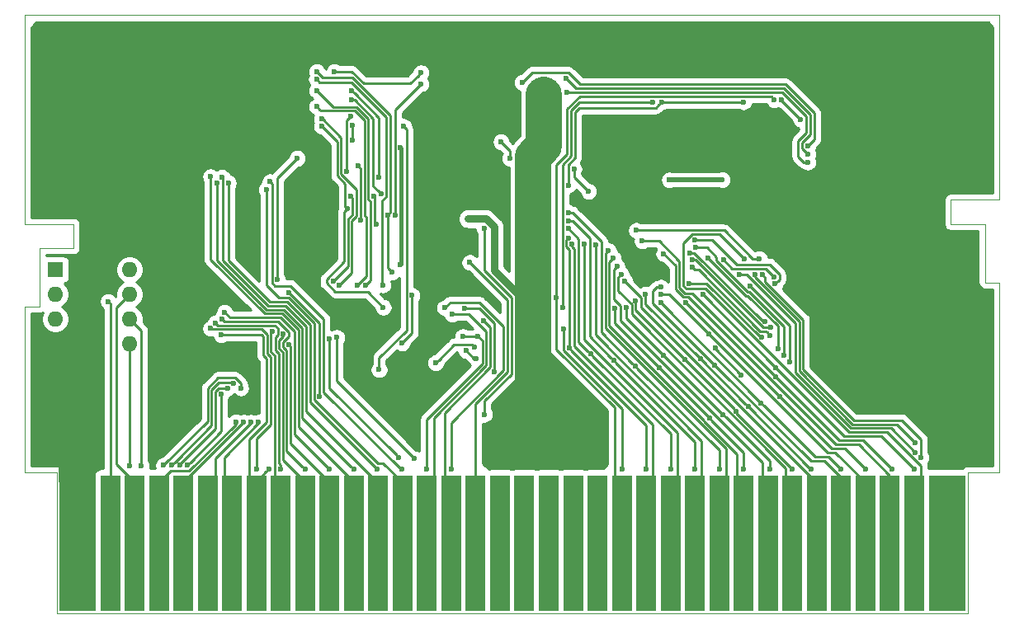
<source format=gbr>
G04 #@! TF.GenerationSoftware,KiCad,Pcbnew,5.1.5+dfsg1-2build2*
G04 #@! TF.CreationDate,2023-04-13T22:50:11-05:00*
G04 #@! TF.ProjectId,cart,63617274-2e6b-4696-9361-645f70636258,rev?*
G04 #@! TF.SameCoordinates,Original*
G04 #@! TF.FileFunction,Copper,L2,Bot*
G04 #@! TF.FilePolarity,Positive*
%FSLAX46Y46*%
G04 Gerber Fmt 4.6, Leading zero omitted, Abs format (unit mm)*
G04 Created by KiCad (PCBNEW 5.1.5+dfsg1-2build2) date 2023-04-13 22:50:11*
%MOMM*%
%LPD*%
G04 APERTURE LIST*
%ADD10C,0.100000*%
%ADD11R,3.750000X14.000000*%
%ADD12R,2.000000X14.000000*%
%ADD13R,1.600000X1.600000*%
%ADD14O,1.600000X1.600000*%
%ADD15C,0.600000*%
%ADD16C,3.700000*%
%ADD17C,0.500000*%
%ADD18C,0.800000*%
%ADD19C,0.400000*%
%ADD20C,2.000000*%
%ADD21C,3.000000*%
%ADD22C,0.250000*%
%ADD23C,0.254000*%
G04 APERTURE END LIST*
D10*
X91650000Y-85900000D02*
X191650000Y-85900000D01*
X91650000Y-107350000D02*
X91650000Y-85900000D01*
X96650000Y-107350000D02*
X91650000Y-107350000D01*
X96650000Y-109850000D02*
X96650000Y-107350000D01*
X93150000Y-109850000D02*
X96650000Y-109850000D01*
X93150000Y-115850000D02*
X93150000Y-109850000D01*
X91650000Y-115850000D02*
X93150000Y-115850000D01*
X91650000Y-132850000D02*
X91650000Y-115850000D01*
X191650000Y-113350000D02*
X191650000Y-132850000D01*
X190150000Y-113350000D02*
X191650000Y-113350000D01*
X190150000Y-107350000D02*
X190150000Y-113350000D01*
X186650000Y-107350000D02*
X190150000Y-107350000D01*
X186650000Y-104850000D02*
X186650000Y-107350000D01*
X191650000Y-104850000D02*
X186650000Y-104850000D01*
X191650000Y-85900000D02*
X191650000Y-104850000D01*
X94900000Y-132850000D02*
X91650000Y-132850000D01*
X94900000Y-147350000D02*
X94900000Y-132850000D01*
X188400000Y-147350000D02*
X94900000Y-147350000D01*
X188400000Y-132850000D02*
X188400000Y-147350000D01*
X191650000Y-132850000D02*
X188400000Y-132850000D01*
D11*
X186275000Y-140100000D03*
D12*
X182900000Y-140100000D03*
X180400000Y-140100000D03*
X177900000Y-140100000D03*
X175400000Y-140100000D03*
X172900000Y-140100000D03*
X170400000Y-140100000D03*
X167900000Y-140100000D03*
X165400000Y-140100000D03*
X162900000Y-140100000D03*
X160400000Y-140100000D03*
X157900000Y-140100000D03*
X155400000Y-140100000D03*
X152900000Y-140100000D03*
X150400000Y-140100000D03*
X147900000Y-140100000D03*
X145400000Y-140100000D03*
X142900000Y-140100000D03*
X140400000Y-140100000D03*
X137900000Y-140100000D03*
X135400000Y-140100000D03*
X132900000Y-140100000D03*
X130400000Y-140100000D03*
X127900000Y-140100000D03*
X125400000Y-140100000D03*
X122900000Y-140100000D03*
X120400000Y-140100000D03*
X117900000Y-140100000D03*
X115400000Y-140100000D03*
X112900000Y-140100000D03*
X110400000Y-140100000D03*
X107900000Y-140100000D03*
X105400000Y-140100000D03*
X102900000Y-140100000D03*
X100400000Y-140100000D03*
D11*
X97025000Y-140100000D03*
D13*
X94780000Y-112020000D03*
D14*
X102400000Y-119640000D03*
X94780000Y-114560000D03*
X102400000Y-117100000D03*
X94780000Y-117100000D03*
X102400000Y-114560000D03*
X94780000Y-119640000D03*
X102400000Y-112020000D03*
D15*
X144900000Y-99300000D03*
X144900000Y-96700000D03*
X144900000Y-94045662D03*
X143800000Y-129000000D03*
X146200000Y-129000000D03*
X141000000Y-129000000D03*
X143800004Y-116147590D03*
X137100000Y-106800000D03*
X130200000Y-99500000D03*
X130200000Y-111500000D03*
X163200000Y-102800000D03*
X157785695Y-102814306D03*
X188000000Y-109600000D03*
X188000000Y-129600000D03*
X188000000Y-119400000D03*
X188000000Y-124600000D03*
X188000000Y-114400000D03*
X129300000Y-91500000D03*
X137400000Y-113500000D03*
X115200000Y-124500000D03*
X134600000Y-98699996D03*
X158200000Y-96500000D03*
X167300000Y-101300000D03*
X136300012Y-121800000D03*
X127899994Y-119700000D03*
X118900000Y-108800000D03*
X120500000Y-104000000D03*
X118600000Y-99600000D03*
X108700000Y-121700000D03*
X167800000Y-90900000D03*
X173200000Y-91700000D03*
X137600000Y-92000000D03*
X120900000Y-99200000D03*
X112300000Y-92900006D03*
X132000000Y-98000000D03*
X134200006Y-108800000D03*
X136600000Y-104500010D03*
X141052410Y-111052356D03*
X133277410Y-114808291D03*
X131941709Y-102858291D03*
X163200000Y-104500000D03*
X115082771Y-112041217D03*
X114107360Y-115900000D03*
X169835356Y-113935356D03*
X140100000Y-115800000D03*
X139300000Y-96100000D03*
X155500002Y-91899992D03*
X129100000Y-117500000D03*
X151100000Y-103900004D03*
X168700000Y-122999994D03*
X180608291Y-132491709D03*
X154999998Y-109100000D03*
X182900233Y-132482232D03*
X161193436Y-114576854D03*
X168700000Y-122100000D03*
X163322057Y-110990900D03*
X168488865Y-112761254D03*
X153212946Y-113190426D03*
X177900000Y-132482232D03*
X159442769Y-115430291D03*
X169106237Y-125093759D03*
X152810535Y-112505250D03*
X128000000Y-122299996D03*
X130507889Y-97322590D03*
X175400000Y-132482232D03*
X156914117Y-115432627D03*
X167200000Y-125700000D03*
X152408124Y-111697599D03*
X161755735Y-110810254D03*
X168922590Y-120176251D03*
X152004755Y-110875495D03*
X151537956Y-110100000D03*
X160481317Y-109722328D03*
X169500000Y-120800000D03*
X150187033Y-109500000D03*
X160359633Y-108979821D03*
X157200000Y-110400000D03*
X168639017Y-113498531D03*
X149032222Y-109419036D03*
X165870217Y-126091547D03*
X160989335Y-121210665D03*
X172300000Y-132482232D03*
X155336478Y-114554960D03*
X147790374Y-109418466D03*
X149500000Y-104000000D03*
X148000000Y-101699992D03*
X170400000Y-132482232D03*
X159337944Y-121230413D03*
X154308306Y-115200126D03*
X164653766Y-126546234D03*
X155400000Y-132482232D03*
X147500000Y-120100000D03*
X147407614Y-108770686D03*
X168100000Y-132477410D03*
X157148742Y-120808270D03*
X153337044Y-115900000D03*
X163300000Y-126900000D03*
X157900000Y-132482232D03*
X147408801Y-107832446D03*
X149700002Y-120700000D03*
X165400000Y-132482232D03*
X156718987Y-122081013D03*
X152182232Y-115997590D03*
X161892782Y-127298788D03*
X160400000Y-132482232D03*
X147408801Y-107028698D03*
X152054801Y-121374562D03*
X162900000Y-132482232D03*
X147408803Y-106154914D03*
X154280168Y-121951972D03*
X102400000Y-132204827D03*
X100200000Y-115299996D03*
X103600000Y-132204827D03*
X134731789Y-115951628D03*
X135400000Y-132482232D03*
X132300000Y-92954811D03*
X121900000Y-125100000D03*
X129619414Y-106457985D03*
X118703168Y-114356085D03*
X137300000Y-111300000D03*
X116420179Y-103800000D03*
X116808291Y-102991709D03*
X130300000Y-132521190D03*
X115400000Y-132500000D03*
X110702410Y-118063150D03*
X112532221Y-103122590D03*
X127800000Y-132521190D03*
X111212812Y-117510326D03*
X117900000Y-132521190D03*
X111377410Y-103100000D03*
X125400000Y-132521190D03*
X111844268Y-117101197D03*
X120400000Y-132521190D03*
X112147731Y-116412696D03*
X122900000Y-132521190D03*
X132900000Y-132482232D03*
X136584486Y-118904821D03*
X138141709Y-118858291D03*
X111800000Y-124800018D03*
X108313634Y-132100689D03*
X112432016Y-124202066D03*
X107526059Y-132122590D03*
X113033671Y-123750253D03*
X106713029Y-132126143D03*
X113799996Y-124200000D03*
X105900000Y-132122590D03*
X156981544Y-94818347D03*
X165400000Y-94800000D03*
X165429279Y-110900000D03*
X147408801Y-103357223D03*
X161847948Y-118652052D03*
X156893700Y-114606494D03*
X162447626Y-121852374D03*
X156897034Y-113831046D03*
X135500000Y-116599996D03*
X125100000Y-104449947D03*
X118733134Y-119747590D03*
X123300000Y-113194287D03*
X133800000Y-121600000D03*
X137817230Y-120011161D03*
X118165792Y-118670840D03*
X121600000Y-91700000D03*
X129314424Y-112285560D03*
X128869256Y-106399790D03*
X117010981Y-118402771D03*
X183611313Y-131311103D03*
X167288404Y-112543731D03*
X111800000Y-118730193D03*
X116700000Y-132500010D03*
X115608889Y-127708293D03*
X114856525Y-127699801D03*
X114104218Y-127712352D03*
X113291715Y-127691703D03*
X172018410Y-99300000D03*
X123400000Y-91700000D03*
X132300000Y-91800000D03*
X142695188Y-92800000D03*
X165161372Y-122863300D03*
X162489657Y-120110343D03*
X136896877Y-120331985D03*
X137989595Y-121165972D03*
X160095891Y-111762360D03*
X168100000Y-118800006D03*
X159833681Y-113422043D03*
X167262998Y-118946418D03*
X160143466Y-111011454D03*
X168165502Y-117982085D03*
X159837499Y-110296261D03*
X167624971Y-117353622D03*
X140500000Y-98900000D03*
X141416582Y-100600000D03*
X166993752Y-110900000D03*
X154397590Y-108000000D03*
X152900000Y-132477410D03*
X146900000Y-118100000D03*
X146200000Y-114870179D03*
X168547938Y-94577374D03*
X138711324Y-117272590D03*
X146831391Y-115909988D03*
X156100012Y-94822590D03*
X183033903Y-130784088D03*
X122900874Y-119106508D03*
X164917920Y-112518905D03*
X130000000Y-131300000D03*
X136800000Y-115999994D03*
X124700000Y-105800000D03*
X122100000Y-97322590D03*
X128422590Y-115900000D03*
X139799998Y-122503304D03*
X147191707Y-92408289D03*
X171991237Y-100192180D03*
X138779803Y-107800000D03*
X138799998Y-126899998D03*
X147300000Y-93800000D03*
X172000000Y-101000000D03*
X119600000Y-100599998D03*
X125257231Y-98722590D03*
X125257231Y-97216372D03*
X117574999Y-113022590D03*
X125099996Y-96300000D03*
X124679821Y-101931543D03*
X125200000Y-94600000D03*
X128173393Y-104229357D03*
X127971642Y-102513651D03*
X125172614Y-93627386D03*
X171259634Y-96600000D03*
X169300000Y-94600000D03*
X126609942Y-113606640D03*
X121602053Y-93639309D03*
X125785164Y-113598445D03*
X121602410Y-95287054D03*
X122100366Y-96570179D03*
X123910807Y-113633648D03*
X127714445Y-107400000D03*
X127464456Y-104481412D03*
X126117768Y-106969178D03*
X125812008Y-101387992D03*
X128403665Y-113615032D03*
X121567916Y-92484498D03*
X111893055Y-102552064D03*
X110702410Y-102479007D03*
X131633797Y-131451941D03*
X183033903Y-129800000D03*
X123644336Y-118990804D03*
X166537464Y-112496700D03*
X131377410Y-114690180D03*
X170100000Y-121500000D03*
X166090290Y-113733564D03*
X130366984Y-119552660D03*
D16*
X144900000Y-99300000D02*
X144900000Y-96700000D01*
X144900000Y-94045662D02*
X144900000Y-96700000D01*
X143800000Y-119300002D02*
X143799998Y-119300000D01*
X143800000Y-129000000D02*
X143800000Y-119300002D01*
X143800000Y-129000000D02*
X146200000Y-129000000D01*
X143800000Y-129000000D02*
X141000000Y-129000000D01*
X144900000Y-99300000D02*
X143800004Y-100399996D01*
X143799998Y-116147596D02*
X143800004Y-116147590D01*
X143799998Y-119300000D02*
X143799998Y-116147596D01*
X143800000Y-115700000D02*
X143800004Y-116147590D01*
X143800004Y-100399996D02*
X143800000Y-115700000D01*
D17*
X143352414Y-115700000D02*
X143800000Y-115700000D01*
D18*
X139800000Y-107600000D02*
X139000000Y-106800000D01*
X139800000Y-112147586D02*
X139800000Y-107600000D01*
X139000000Y-106800000D02*
X137100000Y-106800000D01*
X143352414Y-115700000D02*
X139800000Y-112147586D01*
D17*
X163200000Y-102800000D02*
X157800001Y-102800000D01*
X157800001Y-102800000D02*
X157785695Y-102814306D01*
D19*
X130271816Y-111428184D02*
X130200000Y-111500000D01*
X130271816Y-99571816D02*
X130271816Y-111428184D01*
X130200000Y-99500000D02*
X130271816Y-99571816D01*
D20*
X94780000Y-130455000D02*
X96150000Y-131825000D01*
X96150000Y-131825000D02*
X96150000Y-133600000D01*
X94780000Y-128855000D02*
X94780000Y-130455000D01*
X94780000Y-121300000D02*
X94780000Y-128855000D01*
X94780000Y-119640000D02*
X94780000Y-121300000D01*
D21*
X97025000Y-140100000D02*
X97025000Y-130100000D01*
D22*
X188000000Y-119400000D02*
X188000000Y-124600000D01*
X188000000Y-124600000D02*
X188000000Y-129600000D01*
X188000000Y-109600000D02*
X188000000Y-114400000D01*
X188000000Y-114400000D02*
X188000000Y-119400000D01*
X175212061Y-129512055D02*
X177628637Y-129512055D01*
X168700000Y-122999994D02*
X175212061Y-129512055D01*
X180308292Y-132191710D02*
X180608291Y-132491709D01*
X177628637Y-129512055D02*
X180308292Y-132191710D01*
X168700000Y-122999994D02*
X160150476Y-114450470D01*
X156754556Y-109100000D02*
X155424262Y-109100000D01*
X158802411Y-111147855D02*
X156754556Y-109100000D01*
X155424262Y-109100000D02*
X154999998Y-109100000D01*
X160150476Y-114450470D02*
X159386460Y-114450470D01*
X158802411Y-113866421D02*
X158802411Y-111147855D01*
X159386460Y-114450470D02*
X158802411Y-113866421D01*
X168700000Y-122083418D02*
X168700000Y-122100000D01*
X161193436Y-114576854D02*
X168700000Y-122083418D01*
X168999999Y-122399999D02*
X168700000Y-122100000D01*
X175709644Y-129109644D02*
X168999999Y-122399999D01*
X179527645Y-129109644D02*
X175709644Y-129109644D01*
X182900233Y-132482232D02*
X179527645Y-129109644D01*
X163322057Y-110990900D02*
X164233568Y-111902411D01*
X164233568Y-111902411D02*
X167630022Y-111902411D01*
X167630022Y-111902411D02*
X168188866Y-112461255D01*
X168188866Y-112461255D02*
X168488865Y-112761254D01*
X153212946Y-113250212D02*
X153212946Y-113190426D01*
X154885707Y-114922973D02*
X153212946Y-113250212D01*
X154885707Y-115923620D02*
X154885707Y-114922973D01*
X172900000Y-133937913D02*
X154885707Y-115923620D01*
X172900000Y-140100000D02*
X172900000Y-133937913D01*
X175820179Y-130402411D02*
X174414889Y-130402411D01*
X174414889Y-130402411D02*
X169406236Y-125393758D01*
X177900000Y-132482232D02*
X175820179Y-130402411D01*
X169406236Y-125393758D02*
X169106237Y-125093759D01*
X159442769Y-115430291D02*
X169106237Y-125093759D01*
X170400000Y-140100000D02*
X169800000Y-139500000D01*
X152510536Y-112805249D02*
X152810535Y-112505250D01*
X152510536Y-114218938D02*
X152510536Y-112805249D01*
X170400000Y-134100000D02*
X169700000Y-133400000D01*
X153914445Y-116623496D02*
X153914445Y-115622847D01*
X169700000Y-133400000D02*
X169700000Y-132409051D01*
X169700000Y-132409051D02*
X153914445Y-116623496D01*
X170400000Y-140100000D02*
X170400000Y-134100000D01*
X153914445Y-115622847D02*
X152510536Y-114218938D01*
X167181490Y-125700000D02*
X167200000Y-125700000D01*
X167499999Y-125999999D02*
X167200000Y-125700000D01*
X172707233Y-131207233D02*
X167499999Y-125999999D01*
X174125001Y-131207233D02*
X172707233Y-131207233D01*
X156914117Y-115432627D02*
X167181490Y-125700000D01*
X175400000Y-132482232D02*
X174125001Y-131207233D01*
X130800000Y-97614701D02*
X130507889Y-97322590D01*
X130800000Y-118265097D02*
X130800000Y-97614701D01*
X128000000Y-121065097D02*
X130800000Y-118265097D01*
X128000000Y-122299996D02*
X128000000Y-121065097D01*
X167900000Y-140100000D02*
X167700000Y-139900000D01*
X167300000Y-131845444D02*
X152759634Y-117305078D01*
X152759634Y-117305078D02*
X152759634Y-115720436D01*
X152108125Y-115068927D02*
X152108125Y-111997598D01*
X167900000Y-140100000D02*
X167900000Y-134100000D01*
X167300000Y-133500000D02*
X167300000Y-131845444D01*
X152759634Y-115720436D02*
X152108125Y-115068927D01*
X167900000Y-134100000D02*
X167300000Y-133500000D01*
X152108125Y-111997598D02*
X152408124Y-111697599D01*
X168922590Y-119751987D02*
X168922590Y-120176251D01*
X168922590Y-117822590D02*
X168922590Y-119751987D01*
X165800000Y-114700000D02*
X168922590Y-117822590D01*
X165645481Y-114700000D02*
X165800000Y-114700000D01*
X161755735Y-110810254D02*
X165645481Y-114700000D01*
X151604822Y-111275428D02*
X151704756Y-111175494D01*
X165400000Y-134100000D02*
X164700000Y-133400000D01*
X151704756Y-111175494D02*
X152004755Y-110875495D01*
X161315381Y-127531963D02*
X151604822Y-117821404D01*
X164700000Y-133400000D02*
X164700000Y-130960560D01*
X151604822Y-117821404D02*
X151604822Y-111275428D01*
X161315381Y-127575941D02*
X161315381Y-127531963D01*
X164700000Y-130960560D02*
X161315381Y-127575941D01*
X165400000Y-140100000D02*
X165400000Y-134100000D01*
X151237957Y-110399999D02*
X151537956Y-110100000D01*
X151202411Y-110435545D02*
X151237957Y-110399999D01*
X151202411Y-118032066D02*
X151202411Y-110435545D01*
X163600000Y-130429655D02*
X151202411Y-118032066D01*
X163600000Y-133400000D02*
X163600000Y-130429655D01*
X162900000Y-134100000D02*
X163600000Y-133400000D01*
X162900000Y-140100000D02*
X162900000Y-134100000D01*
X169500000Y-117830905D02*
X169500000Y-120375736D01*
X162622630Y-111108055D02*
X165812164Y-114297589D01*
X161622112Y-109722328D02*
X162622630Y-110722846D01*
X162622630Y-110722846D02*
X162622630Y-111108055D01*
X160481317Y-109722328D02*
X161622112Y-109722328D01*
X165812164Y-114297589D02*
X165966684Y-114297589D01*
X169500000Y-120375736D02*
X169500000Y-120800000D01*
X165966684Y-114297589D02*
X169500000Y-117830905D01*
X150187033Y-109924264D02*
X150187033Y-109500000D01*
X150187033Y-118690211D02*
X150187033Y-109924264D01*
X161100000Y-129603178D02*
X150187033Y-118690211D01*
X161100000Y-133400000D02*
X161100000Y-129603178D01*
X160400000Y-134100000D02*
X161100000Y-133400000D01*
X160400000Y-140100000D02*
X160400000Y-134100000D01*
X168068106Y-111500000D02*
X169069861Y-112501755D01*
X169069861Y-112501755D02*
X169069861Y-113067687D01*
X162148820Y-108979821D02*
X164668999Y-111500000D01*
X164668999Y-111500000D02*
X168068106Y-111500000D01*
X160359633Y-108979821D02*
X162148820Y-108979821D01*
X169069861Y-113067687D02*
X168939016Y-113198532D01*
X168939016Y-113198532D02*
X168639017Y-113498531D01*
X158400000Y-111600000D02*
X157200000Y-110400000D01*
X159195906Y-114852881D02*
X158400000Y-114056975D01*
X158400000Y-114056975D02*
X158400000Y-111600000D01*
X159719913Y-114852881D02*
X159195906Y-114852881D01*
X174867032Y-130000000D02*
X159719913Y-114852881D01*
X177200000Y-130000000D02*
X174867032Y-130000000D01*
X180400000Y-133200000D02*
X177200000Y-130000000D01*
X180400000Y-140100000D02*
X180400000Y-133200000D01*
X149032222Y-109843300D02*
X149032222Y-109419036D01*
X149032222Y-119206537D02*
X149032222Y-109843300D01*
X158600000Y-133400000D02*
X158600000Y-128774315D01*
X158600000Y-128774315D02*
X149032222Y-119206537D01*
X157900000Y-134100000D02*
X158600000Y-133400000D01*
X157900000Y-140100000D02*
X157900000Y-134100000D01*
X165870217Y-126091547D02*
X165570218Y-125791548D01*
X165570218Y-125791548D02*
X160989335Y-121210665D01*
X165870217Y-126091547D02*
X172260902Y-132482232D01*
X172260902Y-132482232D02*
X172300000Y-132482232D01*
X160989335Y-121210665D02*
X155336478Y-115557808D01*
X155336478Y-115557808D02*
X155336478Y-114554960D01*
X148042777Y-109940276D02*
X147790374Y-109687873D01*
X156100000Y-127945453D02*
X148042777Y-119888230D01*
X148042777Y-119888230D02*
X148042777Y-109940276D01*
X156100000Y-133400000D02*
X156100000Y-127945453D01*
X155400000Y-134100000D02*
X156100000Y-133400000D01*
X147790374Y-109687873D02*
X147790374Y-109418466D01*
X155400000Y-140100000D02*
X155400000Y-134100000D01*
X149500000Y-104000000D02*
X148000000Y-102500000D01*
X148000000Y-102500000D02*
X148000000Y-101699992D01*
X154316856Y-116209325D02*
X154316856Y-115208676D01*
X154316856Y-115208676D02*
X154308306Y-115200126D01*
X159337944Y-121230413D02*
X154316856Y-116209325D01*
X164653766Y-126735998D02*
X164653766Y-126546234D01*
X170400000Y-132482232D02*
X164653766Y-126735998D01*
X159637944Y-121530412D02*
X164353767Y-126246235D01*
X164353767Y-126246235D02*
X164653766Y-126546234D01*
X159337944Y-121230413D02*
X159637944Y-121530412D01*
X155400000Y-132482232D02*
X155400000Y-128000000D01*
X155400000Y-128000000D02*
X147799999Y-120399999D01*
X147799999Y-120399999D02*
X147500000Y-120100000D01*
X147212972Y-108965328D02*
X147407614Y-108770686D01*
X147212972Y-109695620D02*
X147212972Y-108965328D01*
X147500000Y-120100000D02*
X147500000Y-109982648D01*
X147500000Y-109982648D02*
X147212972Y-109695620D01*
X157148742Y-120808270D02*
X153337044Y-116996572D01*
X153337044Y-116996572D02*
X153337044Y-115900000D01*
X157148742Y-120808270D02*
X163240472Y-126900000D01*
X163240472Y-126900000D02*
X163300000Y-126900000D01*
X163599999Y-127199999D02*
X163300000Y-126900000D01*
X168100000Y-131700000D02*
X163599999Y-127199999D01*
X168100000Y-132477410D02*
X168100000Y-131700000D01*
X157900000Y-132482232D02*
X157900000Y-128899998D01*
X157900000Y-128899998D02*
X150000001Y-120999999D01*
X150000001Y-120999999D02*
X149700002Y-120700000D01*
X149400003Y-120400001D02*
X149700002Y-120700000D01*
X147408801Y-107832446D02*
X148454812Y-108878457D01*
X148454812Y-108878457D02*
X148454812Y-119454810D01*
X148454812Y-119454810D02*
X149400003Y-120400001D01*
X152182232Y-117544258D02*
X152182232Y-115997590D01*
X156718987Y-122081013D02*
X152182232Y-117544258D01*
X165400000Y-130806006D02*
X162192781Y-127598787D01*
X165400000Y-132482232D02*
X165400000Y-130806006D01*
X162192781Y-127598787D02*
X161892782Y-127298788D01*
X161892782Y-127254808D02*
X161892782Y-127298788D01*
X156718987Y-122081013D02*
X161892782Y-127254808D01*
X160400000Y-132482232D02*
X160400000Y-129719761D01*
X160400000Y-129719761D02*
X152354800Y-121674561D01*
X152354800Y-121674561D02*
X152054801Y-121374562D01*
X147833065Y-107028698D02*
X149609623Y-108805256D01*
X149609623Y-109696189D02*
X149600000Y-109705812D01*
X151754802Y-121074563D02*
X152054801Y-121374562D01*
X149609623Y-108805256D02*
X149609623Y-109696189D01*
X147408801Y-107028698D02*
X147833065Y-107028698D01*
X149600000Y-109705812D02*
X149600000Y-118919761D01*
X149600000Y-118919761D02*
X151754802Y-121074563D01*
X162900000Y-130571804D02*
X154580167Y-122251971D01*
X162900000Y-132482232D02*
X162900000Y-130571804D01*
X154580167Y-122251971D02*
X154280168Y-121951972D01*
X153980169Y-121651973D02*
X154280168Y-121951972D01*
X150800000Y-109121847D02*
X150800000Y-118471804D01*
X147833067Y-106154914D02*
X150800000Y-109121847D01*
X147408803Y-106154914D02*
X147833067Y-106154914D01*
X150800000Y-118471804D02*
X153980169Y-121651973D01*
X102400000Y-119640000D02*
X102400000Y-132204827D01*
X100400000Y-115499996D02*
X100200000Y-115299996D01*
X100400000Y-140100000D02*
X100400000Y-115499996D01*
X103600000Y-118300000D02*
X103600000Y-132204827D01*
X102400000Y-117100000D02*
X103600000Y-118300000D01*
X101000000Y-132000000D02*
X102900000Y-133900000D01*
X101000000Y-115960000D02*
X101000000Y-132000000D01*
X102900000Y-133900000D02*
X102900000Y-140100000D01*
X102400000Y-114560000D02*
X101000000Y-115960000D01*
X132300000Y-92954811D02*
X129619414Y-95635397D01*
X129619414Y-95635397D02*
X129619414Y-106033721D01*
X129619414Y-106033721D02*
X129619414Y-106457985D01*
X118707007Y-114356085D02*
X118703168Y-114356085D01*
X121900000Y-125100000D02*
X121900000Y-117549078D01*
X121900000Y-117549078D02*
X118707007Y-114356085D01*
X138262385Y-115400000D02*
X140747579Y-117885194D01*
X135283417Y-115400000D02*
X138262385Y-115400000D01*
X134731789Y-115951628D02*
X135283417Y-115400000D01*
X135400000Y-127730906D02*
X135400000Y-132057968D01*
X140747579Y-117885194D02*
X140747579Y-122383327D01*
X140747579Y-122383327D02*
X135400000Y-127730906D01*
X135400000Y-132057968D02*
X135400000Y-132482232D01*
X137599999Y-111599999D02*
X137300000Y-111300000D01*
X141149990Y-115149990D02*
X137599999Y-111599999D01*
X141149990Y-122550010D02*
X141149990Y-115149990D01*
X137900000Y-125800000D02*
X141149990Y-122550010D01*
X137900000Y-140100000D02*
X137900000Y-125800000D01*
X116420179Y-104224264D02*
X116420179Y-103800000D01*
X116420179Y-113620179D02*
X116420179Y-104224264D01*
X117733495Y-114933495D02*
X116420179Y-113620179D01*
X118715322Y-114933495D02*
X117733495Y-114933495D01*
X121322599Y-125292379D02*
X121322599Y-117540772D01*
X121337887Y-125307667D02*
X121322599Y-125292379D01*
X121337887Y-125402664D02*
X121337887Y-125307667D01*
X121322599Y-117540772D02*
X118715322Y-114933495D01*
X127835223Y-131900000D02*
X121337887Y-125402664D01*
X128400000Y-131900000D02*
X127835223Y-131900000D01*
X130400000Y-133900000D02*
X128400000Y-131900000D01*
X130400000Y-140100000D02*
X130400000Y-133900000D01*
X130221190Y-132521190D02*
X130300000Y-132521190D01*
X122302411Y-124602411D02*
X130221190Y-132521190D01*
X118900021Y-113700000D02*
X122302411Y-117102390D01*
X117300000Y-113700000D02*
X118900021Y-113700000D01*
X122302411Y-117102390D02*
X122302411Y-124602411D01*
X116997589Y-113397589D02*
X117300000Y-113700000D01*
X116997589Y-103181007D02*
X116997589Y-113397589D01*
X116808291Y-102991709D02*
X116997589Y-103181007D01*
X116885534Y-127914466D02*
X115400000Y-129400000D01*
X116885534Y-121016439D02*
X116885534Y-127914466D01*
X116502411Y-120633316D02*
X116885534Y-121016439D01*
X116502411Y-118733316D02*
X116502411Y-120633316D01*
X115921878Y-118152783D02*
X116502411Y-118733316D01*
X110792043Y-118152783D02*
X115921878Y-118152783D01*
X110702410Y-118063150D02*
X110792043Y-118152783D01*
X115400000Y-129400000D02*
X115400000Y-132500000D01*
X116743187Y-115335906D02*
X118548638Y-115335906D01*
X120920188Y-117707456D02*
X120920188Y-125641378D01*
X120920188Y-125641378D02*
X127500001Y-132221191D01*
X127500001Y-132221191D02*
X127800000Y-132521190D01*
X112532221Y-111124940D02*
X116743187Y-115335906D01*
X112532221Y-103122590D02*
X112532221Y-111124940D01*
X118548638Y-115335906D02*
X120920188Y-117707456D01*
X117588391Y-118073912D02*
X117588391Y-118697384D01*
X111452858Y-117750372D02*
X117264851Y-117750372D01*
X117900000Y-132096926D02*
X117900000Y-132521190D01*
X117264851Y-117750372D02*
X117588391Y-118073912D01*
X111212812Y-117510326D02*
X111452858Y-117750372D01*
X117693366Y-131890292D02*
X117900000Y-132096926D01*
X117350910Y-118934865D02*
X117350910Y-120343625D01*
X117588391Y-118697384D02*
X117350910Y-118934865D01*
X117350910Y-120343625D02*
X117693366Y-120686081D01*
X117693366Y-120686081D02*
X117693366Y-131890292D01*
X111377410Y-103100000D02*
X111377410Y-111108319D01*
X120115366Y-127236556D02*
X125100001Y-132221191D01*
X116409819Y-116140728D02*
X118215270Y-116140728D01*
X125100001Y-132221191D02*
X125400000Y-132521190D01*
X118215270Y-116140728D02*
X120115366Y-118040824D01*
X120115366Y-118040824D02*
X120115366Y-127236556D01*
X111377410Y-111108319D02*
X116409819Y-116140728D01*
X111844268Y-117101197D02*
X112091032Y-117347961D01*
X117659496Y-117347961D02*
X118768554Y-118457018D01*
X120100001Y-132221191D02*
X120400000Y-132521190D01*
X112091032Y-117347961D02*
X117659496Y-117347961D01*
X118155732Y-120010257D02*
X118498188Y-120352713D01*
X118155732Y-119497483D02*
X118155732Y-120010257D01*
X118768554Y-118457018D02*
X118768554Y-118884661D01*
X118498188Y-120352713D02*
X118498188Y-130619378D01*
X118498188Y-130619378D02*
X120100001Y-132221191D01*
X118768554Y-118884661D02*
X118155732Y-119497483D01*
X112147731Y-116412696D02*
X112680585Y-116945550D01*
X122600001Y-132221191D02*
X122900000Y-132521190D01*
X112680585Y-116945550D02*
X117881902Y-116945550D01*
X119310544Y-128931734D02*
X122600001Y-132221191D01*
X117881902Y-116945550D02*
X119310544Y-118374192D01*
X119310544Y-118374192D02*
X119310544Y-128931734D01*
X132900000Y-127410560D02*
X132900000Y-132057968D01*
X132900000Y-132057968D02*
X132900000Y-132482232D01*
X138141709Y-118858291D02*
X136631016Y-118858291D01*
X138592767Y-121717793D02*
X132900000Y-127410560D01*
X138592767Y-119309349D02*
X138592767Y-121717793D01*
X138141709Y-118858291D02*
X138592767Y-119309349D01*
X136631016Y-118858291D02*
X136584486Y-118904821D01*
X111800000Y-128614323D02*
X108613633Y-131800690D01*
X111800000Y-124800018D02*
X111800000Y-128614323D01*
X108613633Y-131800690D02*
X108313634Y-132100689D01*
X111204822Y-128357159D02*
X107526059Y-132035922D01*
X107526059Y-132035922D02*
X107526059Y-132122590D01*
X111536122Y-124202066D02*
X111204822Y-124533366D01*
X111204822Y-124533366D02*
X111204822Y-128357159D01*
X112432016Y-124202066D02*
X111536122Y-124202066D01*
X111546495Y-123622599D02*
X110802411Y-124366683D01*
X107293983Y-131545189D02*
X107286877Y-131545189D01*
X110802411Y-128036761D02*
X107293983Y-131545189D01*
X112906017Y-123622599D02*
X111546495Y-123622599D01*
X107013028Y-131826144D02*
X106713029Y-132126143D01*
X110802411Y-124366683D02*
X110802411Y-128036761D01*
X107013028Y-131819038D02*
X107013028Y-131826144D01*
X113033671Y-123750253D02*
X112906017Y-123622599D01*
X107286877Y-131545189D02*
X107013028Y-131819038D01*
X110400000Y-127622590D02*
X105900000Y-132122590D01*
X110400000Y-124200000D02*
X110400000Y-127622590D01*
X111475002Y-123124998D02*
X110400000Y-124200000D01*
X113799996Y-123699996D02*
X113224998Y-123124998D01*
X113799996Y-124200000D02*
X113799996Y-123699996D01*
X113224998Y-123124998D02*
X111475002Y-123124998D01*
X156981544Y-94818347D02*
X165381653Y-94818347D01*
X165381653Y-94818347D02*
X165400000Y-94800000D01*
X165129280Y-110600001D02*
X165429279Y-110900000D01*
X162931690Y-108402411D02*
X165129280Y-110600001D01*
X159204822Y-109295178D02*
X160097589Y-108402411D01*
X161499450Y-113999453D02*
X159504538Y-113999453D01*
X176207230Y-128707233D02*
X161499450Y-113999453D01*
X180107233Y-128707233D02*
X176207230Y-128707233D01*
X160097589Y-108402411D02*
X162931690Y-108402411D01*
X159504538Y-113999453D02*
X159204822Y-113699737D01*
X183600000Y-132200000D02*
X180107233Y-128707233D01*
X183600000Y-133400000D02*
X183600000Y-132200000D01*
X182900000Y-134100000D02*
X183600000Y-133400000D01*
X159204822Y-113699737D02*
X159204822Y-109295178D01*
X182900000Y-140100000D02*
X182900000Y-134100000D01*
X148538188Y-95400000D02*
X156399891Y-95400000D01*
X156681545Y-95118346D02*
X156981544Y-94818347D01*
X156399891Y-95400000D02*
X156681545Y-95118346D01*
X148100000Y-100541763D02*
X148100000Y-95838188D01*
X148100000Y-95838188D02*
X148538188Y-95400000D01*
X147408801Y-101232960D02*
X148100000Y-100541763D01*
X147408801Y-103357223D02*
X147408801Y-101232960D01*
X162147947Y-118952051D02*
X161847948Y-118652052D01*
X174804822Y-130804822D02*
X174000718Y-130804822D01*
X177900000Y-133900000D02*
X174804822Y-130804822D01*
X174000718Y-130804822D02*
X162147947Y-118952051D01*
X177900000Y-140100000D02*
X177900000Y-133900000D01*
X157317964Y-114606494D02*
X156893700Y-114606494D01*
X161847948Y-118652052D02*
X157802390Y-114606494D01*
X157802390Y-114606494D02*
X157317964Y-114606494D01*
X172295252Y-131700000D02*
X162747625Y-122152373D01*
X162747625Y-122152373D02*
X162447626Y-121852374D01*
X173700000Y-131700000D02*
X172295252Y-131700000D01*
X175400000Y-133400000D02*
X173700000Y-131700000D01*
X175400000Y-140100000D02*
X175400000Y-133400000D01*
X156472770Y-113831046D02*
X156897034Y-113831046D01*
X156100000Y-114203816D02*
X156472770Y-113831046D01*
X156100000Y-115504748D02*
X156100000Y-114203816D01*
X162447626Y-121852374D02*
X156100000Y-115504748D01*
X132900000Y-140100000D02*
X132900000Y-133250000D01*
X135924264Y-116599996D02*
X135500000Y-116599996D01*
X138995178Y-118395178D02*
X137199996Y-116599996D01*
X138995178Y-121884478D02*
X138995178Y-118395178D01*
X133600000Y-127279656D02*
X138995178Y-121884478D01*
X132900000Y-134100000D02*
X133600000Y-133400000D01*
X137199996Y-116599996D02*
X135924264Y-116599996D01*
X133600000Y-133400000D02*
X133600000Y-127279656D01*
X132900000Y-140100000D02*
X132900000Y-134100000D01*
X122900000Y-140100000D02*
X122900000Y-133700000D01*
X122900000Y-133700000D02*
X122450000Y-133250000D01*
X118900599Y-119915055D02*
X118733134Y-119747590D01*
X118900599Y-129900599D02*
X118900599Y-119915055D01*
X122900000Y-133900000D02*
X118900599Y-129900599D01*
X122900000Y-140100000D02*
X122900000Y-133900000D01*
X125277402Y-104627349D02*
X125100000Y-104449947D01*
X123300000Y-113194287D02*
X124802412Y-111691875D01*
X125277402Y-106391692D02*
X125277402Y-104627349D01*
X124802412Y-106866682D02*
X125277402Y-106391692D01*
X124802412Y-111691875D02*
X124802412Y-106866682D01*
X135688838Y-119711162D02*
X134099999Y-121300001D01*
X137817230Y-120011161D02*
X137517231Y-119711162D01*
X134099999Y-121300001D02*
X133800000Y-121600000D01*
X137517231Y-119711162D02*
X135688838Y-119711162D01*
X120400000Y-140100000D02*
X120350000Y-140050000D01*
X118165792Y-118918076D02*
X118165792Y-118670840D01*
X117753321Y-120176941D02*
X117753321Y-119330547D01*
X118095777Y-120519397D02*
X117753321Y-120176941D01*
X118095777Y-131595777D02*
X118095777Y-120519397D01*
X117753321Y-119330547D02*
X118165792Y-118918076D01*
X120400000Y-133900000D02*
X118095777Y-131595777D01*
X120400000Y-140100000D02*
X120400000Y-133900000D01*
X129314424Y-112285560D02*
X128869256Y-111840392D01*
X128869256Y-111840392D02*
X128869256Y-106824054D01*
X128869256Y-106824054D02*
X128869256Y-106399790D01*
X129153206Y-96222300D02*
X129153206Y-106115840D01*
X125208307Y-92277401D02*
X129153206Y-96222300D01*
X122177401Y-92277401D02*
X125208307Y-92277401D01*
X129153206Y-106115840D02*
X128869256Y-106399790D01*
X121600000Y-91700000D02*
X122177401Y-92277401D01*
X117287945Y-133487945D02*
X117287945Y-120849755D01*
X117900000Y-134100000D02*
X117287945Y-133487945D01*
X117900000Y-140100000D02*
X117900000Y-134100000D01*
X116904822Y-120466632D02*
X116904822Y-118508930D01*
X117287945Y-120849755D02*
X116904822Y-120466632D01*
X116904822Y-118508930D02*
X117010981Y-118402771D01*
X115400000Y-140100000D02*
X115400000Y-134100000D01*
X167588403Y-113264500D02*
X167588403Y-112843730D01*
X171500000Y-117176097D02*
X167588403Y-113264500D01*
X176707282Y-127500000D02*
X171500000Y-122292718D01*
X181641468Y-127500000D02*
X176707282Y-127500000D01*
X183611313Y-129469845D02*
X181641468Y-127500000D01*
X167588403Y-112843730D02*
X167288404Y-112543731D01*
X171500000Y-122292718D02*
X171500000Y-117176097D01*
X183611313Y-131311103D02*
X183611313Y-129469845D01*
X116400001Y-132800009D02*
X116700000Y-132500010D01*
X115400000Y-133800010D02*
X116400001Y-132800009D01*
X115400000Y-134100000D02*
X115400000Y-133800010D01*
X114700000Y-133400000D02*
X115400000Y-134100000D01*
X114700000Y-129500000D02*
X114700000Y-133400000D01*
X116483123Y-127716877D02*
X114700000Y-129500000D01*
X116483123Y-121183123D02*
X116483123Y-127716877D01*
X116100000Y-120800000D02*
X116483123Y-121183123D01*
X116100000Y-118900000D02*
X116100000Y-120800000D01*
X115930193Y-118730193D02*
X116100000Y-118900000D01*
X111800000Y-118730193D02*
X115930193Y-118730193D01*
X112100000Y-139300000D02*
X112100000Y-131297904D01*
X115608889Y-127789015D02*
X115608889Y-127708293D01*
X112100000Y-131297904D02*
X115608889Y-127789015D01*
X112900000Y-140100000D02*
X112100000Y-139300000D01*
X114856525Y-127778487D02*
X114856525Y-127699801D01*
X111200000Y-131435012D02*
X114856525Y-127778487D01*
X111200000Y-133300000D02*
X111200000Y-131435012D01*
X109600000Y-134900000D02*
X111200000Y-133300000D01*
X109600000Y-139300000D02*
X109600000Y-134900000D01*
X110400000Y-140100000D02*
X109600000Y-139300000D01*
X114087648Y-127712352D02*
X114104218Y-127712352D01*
X107900000Y-133900000D02*
X114087648Y-127712352D01*
X107900000Y-140100000D02*
X107900000Y-133900000D01*
X113291715Y-127939191D02*
X113291715Y-127691703D01*
X108527361Y-132703545D02*
X113291715Y-127939191D01*
X106596455Y-132703545D02*
X108527361Y-132703545D01*
X105400000Y-133900000D02*
X106596455Y-132703545D01*
X105400000Y-140100000D02*
X105400000Y-133900000D01*
X162489657Y-120191585D02*
X162489657Y-120110343D01*
X165161372Y-122863300D02*
X162489657Y-120191585D01*
X132000001Y-92099999D02*
X132300000Y-91800000D01*
X131200000Y-92900000D02*
X132000001Y-92099999D01*
X126400000Y-92900000D02*
X131200000Y-92900000D01*
X125200000Y-91700000D02*
X126400000Y-92900000D01*
X123400000Y-91700000D02*
X125200000Y-91700000D01*
X142695188Y-92800000D02*
X143695188Y-91800000D01*
X148600000Y-93000000D02*
X169692746Y-93000000D01*
X143695188Y-91800000D02*
X147400000Y-91800000D01*
X147400000Y-91800000D02*
X148600000Y-93000000D01*
X169692746Y-93000000D02*
X172641858Y-95949112D01*
X172641858Y-95949112D02*
X172641858Y-98676552D01*
X172641858Y-98676552D02*
X172318409Y-99000001D01*
X172318409Y-99000001D02*
X172018410Y-99300000D01*
X136896877Y-120331985D02*
X137730864Y-121165972D01*
X137730864Y-121165972D02*
X137989595Y-121165972D01*
X160395890Y-112062359D02*
X160807694Y-112062359D01*
X167800001Y-118500007D02*
X168100000Y-118800006D01*
X167669010Y-118369016D02*
X167800001Y-118500007D01*
X167114351Y-118369016D02*
X167669010Y-118369016D01*
X160095891Y-111762360D02*
X160395890Y-112062359D01*
X160807694Y-112062359D02*
X167114351Y-118369016D01*
X161598283Y-113422043D02*
X167122658Y-118946418D01*
X167122658Y-118946418D02*
X167262998Y-118946418D01*
X159833681Y-113422043D02*
X161598283Y-113422043D01*
X168150022Y-117966605D02*
X168165502Y-117982085D01*
X160466221Y-111011454D02*
X167421372Y-117966605D01*
X160143466Y-111011454D02*
X160466221Y-111011454D01*
X167421372Y-117966605D02*
X168150022Y-117966605D01*
X167377483Y-117353622D02*
X167624971Y-117353622D01*
X160320122Y-110296261D02*
X167377483Y-117353622D01*
X159837499Y-110296261D02*
X160320122Y-110296261D01*
X140500000Y-98900000D02*
X141416582Y-99816582D01*
X141416582Y-99816582D02*
X141416582Y-100600000D01*
X163396876Y-108000000D02*
X154397590Y-108000000D01*
X166296876Y-110900000D02*
X163396876Y-108000000D01*
X166993752Y-110900000D02*
X166296876Y-110900000D01*
X146900000Y-120330906D02*
X146900000Y-118524264D01*
X152900000Y-132477410D02*
X152900000Y-126330906D01*
X152900000Y-126330906D02*
X146900000Y-120330906D01*
X146900000Y-118524264D02*
X146900000Y-118100000D01*
X152900000Y-140100000D02*
X153150002Y-139849998D01*
X152900000Y-140100000D02*
X152900000Y-134100000D01*
X146200000Y-115294443D02*
X146200000Y-114870179D01*
X146200000Y-120200000D02*
X146200000Y-115294443D01*
X152200000Y-126200000D02*
X146200000Y-120200000D01*
X152200000Y-133700000D02*
X152200000Y-126200000D01*
X152900000Y-134400000D02*
X152200000Y-133700000D01*
X152900000Y-140100000D02*
X152900000Y-134400000D01*
X168177797Y-94207233D02*
X168247939Y-94277375D01*
X168247939Y-94277375D02*
X168547938Y-94577374D01*
X148592767Y-94207233D02*
X168177797Y-94207233D01*
X147295178Y-95504820D02*
X148592767Y-94207233D01*
X146200000Y-101303573D02*
X147295178Y-100208395D01*
X146200000Y-114870179D02*
X146200000Y-101303573D01*
X147295178Y-100208395D02*
X147295178Y-95504820D01*
X139011323Y-117572589D02*
X138711324Y-117272590D01*
X139397589Y-117958855D02*
X139011323Y-117572589D01*
X134700000Y-133400000D02*
X134700000Y-126748750D01*
X135400000Y-134100000D02*
X134700000Y-133400000D01*
X139397589Y-122051161D02*
X139397589Y-117958855D01*
X134700000Y-126748750D02*
X139397589Y-122051161D01*
X135400000Y-140100000D02*
X135400000Y-134100000D01*
X146831391Y-115485724D02*
X146810564Y-115464897D01*
X148546504Y-94822590D02*
X155675748Y-94822590D01*
X147697589Y-100375079D02*
X147697589Y-95671504D01*
X146810564Y-101262103D02*
X147697589Y-100375079D01*
X146810564Y-115464897D02*
X146810564Y-101262103D01*
X155675748Y-94822590D02*
X156100012Y-94822590D01*
X146831391Y-115909988D02*
X146831391Y-115485724D01*
X147697589Y-95671504D02*
X148546504Y-94822590D01*
X165342184Y-112518905D02*
X164917920Y-112518905D01*
X176373914Y-128304822D02*
X170695178Y-122626086D01*
X180554637Y-128304822D02*
X176373914Y-128304822D01*
X183033903Y-130784088D02*
X180554637Y-128304822D01*
X170695178Y-122626086D02*
X170695178Y-117509465D01*
X170695178Y-117509465D02*
X165704618Y-112518905D01*
X165704618Y-112518905D02*
X165342184Y-112518905D01*
X122900874Y-119106508D02*
X122900874Y-124200874D01*
X129700001Y-131000001D02*
X130000000Y-131300000D01*
X122900874Y-124200874D02*
X129700001Y-131000001D01*
X122122590Y-97322590D02*
X122100000Y-97322590D01*
X124500000Y-105600000D02*
X124500000Y-103200000D01*
X124700000Y-105800000D02*
X124500000Y-105600000D01*
X124500000Y-103200000D02*
X123700000Y-102400000D01*
X123700000Y-102400000D02*
X123700000Y-98900000D01*
X123700000Y-98900000D02*
X122122590Y-97322590D01*
X122600000Y-113400000D02*
X123500000Y-114300000D01*
X126822590Y-114300000D02*
X128422590Y-115900000D01*
X122600000Y-113000000D02*
X122600000Y-113400000D01*
X124400001Y-111199999D02*
X122600000Y-113000000D01*
X123500000Y-114300000D02*
X126822590Y-114300000D01*
X124700000Y-105800000D02*
X124400001Y-106099999D01*
X124400001Y-106099999D02*
X124400001Y-111199999D01*
X139800000Y-122503302D02*
X139799998Y-122503304D01*
X138293284Y-115999994D02*
X139800000Y-117506710D01*
X136800000Y-115999994D02*
X138293284Y-115999994D01*
X139800000Y-117506710D02*
X139800000Y-122503302D01*
X148185829Y-93402411D02*
X169526062Y-93402411D01*
X172239447Y-96115796D02*
X172239447Y-96260553D01*
X172239447Y-98143828D02*
X171402411Y-98980864D01*
X147191707Y-92408289D02*
X148185829Y-93402411D01*
X171402411Y-98980864D02*
X171402411Y-99603354D01*
X171402411Y-99603354D02*
X171691238Y-99892181D01*
X172239447Y-96260553D02*
X172239447Y-98143828D01*
X169526062Y-93402411D02*
X172239447Y-96115796D01*
X171691238Y-99892181D02*
X171991237Y-100192180D01*
X138800000Y-125500000D02*
X138800000Y-126899996D01*
X138800000Y-126899996D02*
X138799998Y-126899998D01*
X138779803Y-107800000D02*
X138779803Y-112125673D01*
X138779803Y-112125673D02*
X141552401Y-114898271D01*
X141552401Y-114898271D02*
X141552401Y-122747599D01*
X141552401Y-122747599D02*
X138800000Y-125500000D01*
X171000000Y-100424264D02*
X171575736Y-101000000D01*
X171000000Y-98814180D02*
X171000000Y-100424264D01*
X171575736Y-101000000D02*
X172000000Y-101000000D01*
X171837036Y-97977144D02*
X171000000Y-98814180D01*
X169359378Y-93804822D02*
X171837036Y-96282480D01*
X147724264Y-93800000D02*
X147729086Y-93804822D01*
X147300000Y-93800000D02*
X147724264Y-93800000D01*
X147729086Y-93804822D02*
X169359378Y-93804822D01*
X171837036Y-96282480D02*
X171837036Y-97977144D01*
X125257231Y-97216372D02*
X125257231Y-98722590D01*
X117574999Y-102624999D02*
X119600000Y-100599998D01*
X117574999Y-113022590D02*
X117574999Y-102624999D01*
X124679821Y-101507279D02*
X124679821Y-101931543D01*
X124679821Y-96720175D02*
X124679821Y-101507279D01*
X125099996Y-96300000D02*
X124679821Y-96720175D01*
X127873394Y-103929358D02*
X128173393Y-104229357D01*
X127394232Y-96501488D02*
X127394232Y-103450196D01*
X127394232Y-103450196D02*
X127873394Y-103929358D01*
X125492744Y-94600000D02*
X127394232Y-96501488D01*
X125200000Y-94600000D02*
X125492744Y-94600000D01*
X127971642Y-96426414D02*
X125472613Y-93927385D01*
X125472613Y-93927385D02*
X125172614Y-93627386D01*
X127971642Y-102513651D02*
X127971642Y-96426414D01*
X169300000Y-94640366D02*
X169300000Y-94600000D01*
X171259634Y-96600000D02*
X169300000Y-94640366D01*
X126609942Y-113606640D02*
X127097589Y-113118993D01*
X121902052Y-93939308D02*
X121602053Y-93639309D01*
X125643837Y-95320188D02*
X123282932Y-95320188D01*
X126887046Y-96563397D02*
X125643837Y-95320188D01*
X127097589Y-104997589D02*
X126887046Y-104787046D01*
X126887046Y-104787046D02*
X126887046Y-96563397D01*
X127097589Y-113118993D02*
X127097589Y-104997589D01*
X123282932Y-95320188D02*
X121902052Y-93939308D01*
X126484635Y-96730081D02*
X125477153Y-95722599D01*
X121902409Y-95587053D02*
X121602410Y-95287054D01*
X125477153Y-95722599D02*
X122037955Y-95722599D01*
X122037955Y-95722599D02*
X121902409Y-95587053D01*
X126484635Y-106442035D02*
X126484635Y-96730081D01*
X125785164Y-113598445D02*
X126695178Y-112688431D01*
X126695178Y-106652578D02*
X126484635Y-106442035D01*
X126695178Y-112688431D02*
X126695178Y-106652578D01*
X124102411Y-102233317D02*
X124102411Y-98502411D01*
X125679813Y-103810719D02*
X124102411Y-102233317D01*
X124102411Y-98502411D02*
X122170179Y-96570179D01*
X122170179Y-96570179D02*
X122100366Y-96570179D01*
X125679813Y-106558376D02*
X125679813Y-103810719D01*
X123910807Y-113633648D02*
X125204823Y-112339632D01*
X125204823Y-112339632D02*
X125204823Y-107033365D01*
X125204823Y-107033365D02*
X125679813Y-106558376D01*
X127500000Y-107185555D02*
X127500000Y-104516956D01*
X127714445Y-107400000D02*
X127500000Y-107185555D01*
X127500000Y-104516956D02*
X127464456Y-104481412D01*
X126082224Y-101658208D02*
X125812008Y-101387992D01*
X126082224Y-106933634D02*
X126082224Y-101658208D01*
X126117768Y-106969178D02*
X126082224Y-106933634D01*
X121867915Y-92784497D02*
X121567916Y-92484498D01*
X128750795Y-96388983D02*
X125146309Y-92784497D01*
X128750795Y-104506511D02*
X128750795Y-96388983D01*
X125146309Y-92784497D02*
X121867915Y-92784497D01*
X128291846Y-104965460D02*
X128750795Y-104506511D01*
X128291846Y-113503213D02*
X128291846Y-104965460D01*
X128403665Y-113615032D02*
X128291846Y-113503213D01*
X127900000Y-140100000D02*
X127772589Y-139972589D01*
X111954811Y-102613820D02*
X111893055Y-102552064D01*
X111954811Y-111116623D02*
X111954811Y-102613820D01*
X116576503Y-115738317D02*
X111954811Y-111116623D01*
X118381954Y-115738317D02*
X116576503Y-115738317D01*
X120517777Y-117874140D02*
X118381954Y-115738317D01*
X120517777Y-126567777D02*
X120517777Y-117874140D01*
X127900000Y-133950000D02*
X120517777Y-126567777D01*
X127900000Y-140100000D02*
X127900000Y-133950000D01*
X110702410Y-111002413D02*
X110702410Y-102903271D01*
X116243135Y-116543139D02*
X110702410Y-111002413D01*
X118048586Y-116543139D02*
X116243135Y-116543139D01*
X110702410Y-102903271D02*
X110702410Y-102479007D01*
X119712955Y-118207508D02*
X118048586Y-116543139D01*
X119712955Y-128212955D02*
X119712955Y-118207508D01*
X125400000Y-133900000D02*
X119712955Y-128212955D01*
X125400000Y-140100000D02*
X125400000Y-133900000D01*
X123644336Y-123462480D02*
X123644336Y-119415068D01*
X131633797Y-131451941D02*
X123644336Y-123462480D01*
X123644336Y-119415068D02*
X123644336Y-118990804D01*
X181136314Y-127902411D02*
X176540598Y-127902411D01*
X183033903Y-129800000D02*
X181136314Y-127902411D01*
X171097589Y-117342781D02*
X166537464Y-112782656D01*
X171097589Y-122459402D02*
X171097589Y-117342781D01*
X176540598Y-127902411D02*
X171097589Y-122459402D01*
X166537464Y-112782656D02*
X166537464Y-112496700D01*
X170100000Y-117743274D02*
X166090290Y-113733564D01*
X170100000Y-121500000D02*
X170100000Y-117743274D01*
X131377410Y-118542234D02*
X130366984Y-119552660D01*
X131377410Y-114690180D02*
X131377410Y-118542234D01*
D23*
G36*
X145253986Y-120365984D02*
G01*
X145466001Y-120398446D01*
X145490706Y-120479891D01*
X145494454Y-120492246D01*
X145565026Y-120624276D01*
X145601744Y-120669016D01*
X145659999Y-120740001D01*
X145689003Y-120763804D01*
X151440001Y-126514804D01*
X151440000Y-131977571D01*
X151224263Y-132217410D01*
X150982168Y-132432134D01*
X150939797Y-132461928D01*
X149400000Y-132461928D01*
X149275518Y-132474188D01*
X149155820Y-132510498D01*
X149150000Y-132513609D01*
X149144180Y-132510498D01*
X149024482Y-132474188D01*
X148900000Y-132461928D01*
X146900000Y-132461928D01*
X146775518Y-132474188D01*
X146655820Y-132510498D01*
X146650000Y-132513609D01*
X146644180Y-132510498D01*
X146524482Y-132474188D01*
X146400000Y-132461928D01*
X144400000Y-132461928D01*
X144275518Y-132474188D01*
X144155820Y-132510498D01*
X144150000Y-132513609D01*
X144144180Y-132510498D01*
X144024482Y-132474188D01*
X143900000Y-132461928D01*
X141900000Y-132461928D01*
X141775518Y-132474188D01*
X141655820Y-132510498D01*
X141650000Y-132513609D01*
X141644180Y-132510498D01*
X141524482Y-132474188D01*
X141400000Y-132461928D01*
X139400000Y-132461928D01*
X139275518Y-132474188D01*
X139264394Y-132477562D01*
X139099879Y-132359779D01*
X138861533Y-132145169D01*
X138660000Y-131918175D01*
X138660000Y-127825468D01*
X138707909Y-127834998D01*
X138892087Y-127834998D01*
X139072727Y-127799066D01*
X139242887Y-127728584D01*
X139396026Y-127626260D01*
X139526260Y-127496026D01*
X139628584Y-127342887D01*
X139699066Y-127172727D01*
X139734998Y-126992087D01*
X139734998Y-126807909D01*
X139699066Y-126627269D01*
X139628584Y-126457109D01*
X139560000Y-126354466D01*
X139560000Y-125814801D01*
X142063404Y-123311398D01*
X142092402Y-123287600D01*
X142187375Y-123171875D01*
X142257947Y-123039846D01*
X142301404Y-122896585D01*
X142312401Y-122784932D01*
X142312401Y-122784922D01*
X142316077Y-122747599D01*
X142312401Y-122710276D01*
X142312401Y-120497710D01*
X142387549Y-120474961D01*
X142695903Y-120417351D01*
X143012187Y-120393439D01*
X144919855Y-120353697D01*
X145253986Y-120365984D01*
G37*
X145253986Y-120365984D02*
X145466001Y-120398446D01*
X145490706Y-120479891D01*
X145494454Y-120492246D01*
X145565026Y-120624276D01*
X145601744Y-120669016D01*
X145659999Y-120740001D01*
X145689003Y-120763804D01*
X151440001Y-126514804D01*
X151440000Y-131977571D01*
X151224263Y-132217410D01*
X150982168Y-132432134D01*
X150939797Y-132461928D01*
X149400000Y-132461928D01*
X149275518Y-132474188D01*
X149155820Y-132510498D01*
X149150000Y-132513609D01*
X149144180Y-132510498D01*
X149024482Y-132474188D01*
X148900000Y-132461928D01*
X146900000Y-132461928D01*
X146775518Y-132474188D01*
X146655820Y-132510498D01*
X146650000Y-132513609D01*
X146644180Y-132510498D01*
X146524482Y-132474188D01*
X146400000Y-132461928D01*
X144400000Y-132461928D01*
X144275518Y-132474188D01*
X144155820Y-132510498D01*
X144150000Y-132513609D01*
X144144180Y-132510498D01*
X144024482Y-132474188D01*
X143900000Y-132461928D01*
X141900000Y-132461928D01*
X141775518Y-132474188D01*
X141655820Y-132510498D01*
X141650000Y-132513609D01*
X141644180Y-132510498D01*
X141524482Y-132474188D01*
X141400000Y-132461928D01*
X139400000Y-132461928D01*
X139275518Y-132474188D01*
X139264394Y-132477562D01*
X139099879Y-132359779D01*
X138861533Y-132145169D01*
X138660000Y-131918175D01*
X138660000Y-127825468D01*
X138707909Y-127834998D01*
X138892087Y-127834998D01*
X139072727Y-127799066D01*
X139242887Y-127728584D01*
X139396026Y-127626260D01*
X139526260Y-127496026D01*
X139628584Y-127342887D01*
X139699066Y-127172727D01*
X139734998Y-126992087D01*
X139734998Y-126807909D01*
X139699066Y-126627269D01*
X139628584Y-126457109D01*
X139560000Y-126354466D01*
X139560000Y-125814801D01*
X142063404Y-123311398D01*
X142092402Y-123287600D01*
X142187375Y-123171875D01*
X142257947Y-123039846D01*
X142301404Y-122896585D01*
X142312401Y-122784932D01*
X142312401Y-122784922D01*
X142316077Y-122747599D01*
X142312401Y-122710276D01*
X142312401Y-120497710D01*
X142387549Y-120474961D01*
X142695903Y-120417351D01*
X143012187Y-120393439D01*
X144919855Y-120353697D01*
X145253986Y-120365984D01*
G36*
X190491156Y-86653951D02*
G01*
X190731376Y-86868624D01*
X190946049Y-87108844D01*
X190965000Y-87135553D01*
X190965001Y-104165000D01*
X186683647Y-104165000D01*
X186650000Y-104161686D01*
X186616353Y-104165000D01*
X186515717Y-104174912D01*
X186386594Y-104214081D01*
X186267593Y-104277688D01*
X186163289Y-104363289D01*
X186077688Y-104467593D01*
X186014081Y-104586594D01*
X185974912Y-104715717D01*
X185961686Y-104850000D01*
X185965000Y-104883647D01*
X185965001Y-107316343D01*
X185961686Y-107350000D01*
X185974912Y-107484283D01*
X186014081Y-107613406D01*
X186077688Y-107732407D01*
X186163289Y-107836711D01*
X186267593Y-107922312D01*
X186386594Y-107985919D01*
X186515717Y-108025088D01*
X186616353Y-108035000D01*
X186650000Y-108038314D01*
X186683647Y-108035000D01*
X189465000Y-108035000D01*
X189465001Y-113316343D01*
X189461686Y-113350000D01*
X189474912Y-113484283D01*
X189514081Y-113613406D01*
X189577688Y-113732407D01*
X189663289Y-113836711D01*
X189767593Y-113922312D01*
X189886594Y-113985919D01*
X190015717Y-114025088D01*
X190116353Y-114035000D01*
X190150000Y-114038314D01*
X190183647Y-114035000D01*
X190965000Y-114035000D01*
X190965001Y-132165000D01*
X188433647Y-132165000D01*
X188400000Y-132161686D01*
X188366353Y-132165000D01*
X188265717Y-132174912D01*
X188136594Y-132214081D01*
X188017593Y-132277688D01*
X187913289Y-132363289D01*
X187832337Y-132461928D01*
X184400000Y-132461928D01*
X184360000Y-132465868D01*
X184360000Y-132237322D01*
X184363676Y-132199999D01*
X184360000Y-132162676D01*
X184360000Y-132162667D01*
X184349003Y-132051014D01*
X184312856Y-131931850D01*
X184337575Y-131907131D01*
X184439899Y-131753992D01*
X184510381Y-131583832D01*
X184546313Y-131403192D01*
X184546313Y-131219014D01*
X184510381Y-131038374D01*
X184439899Y-130868214D01*
X184371313Y-130765568D01*
X184371313Y-129507178D01*
X184374990Y-129469845D01*
X184360316Y-129320859D01*
X184316859Y-129177598D01*
X184246287Y-129045569D01*
X184209753Y-129001052D01*
X184151314Y-128929844D01*
X184122316Y-128906046D01*
X182205272Y-126989003D01*
X182181469Y-126959999D01*
X182065744Y-126865026D01*
X181933715Y-126794454D01*
X181790454Y-126750997D01*
X181678801Y-126740000D01*
X181678790Y-126740000D01*
X181641468Y-126736324D01*
X181604146Y-126740000D01*
X177022084Y-126740000D01*
X172260000Y-121977917D01*
X172260000Y-117213430D01*
X172263677Y-117176097D01*
X172252741Y-117065058D01*
X172249003Y-117027111D01*
X172205546Y-116883850D01*
X172134974Y-116751821D01*
X172040001Y-116636096D01*
X172011003Y-116612298D01*
X169416542Y-114017838D01*
X169467603Y-113941420D01*
X169538085Y-113771260D01*
X169562170Y-113650179D01*
X169580858Y-113631491D01*
X169609862Y-113607688D01*
X169704835Y-113491963D01*
X169775407Y-113359934D01*
X169818864Y-113216673D01*
X169829861Y-113105020D01*
X169829861Y-113105012D01*
X169833537Y-113067687D01*
X169829861Y-113030362D01*
X169829861Y-112539088D01*
X169833538Y-112501755D01*
X169818864Y-112352769D01*
X169775407Y-112209508D01*
X169704835Y-112077479D01*
X169633660Y-111990752D01*
X169609862Y-111961754D01*
X169580865Y-111937957D01*
X168631910Y-110989002D01*
X168608107Y-110959999D01*
X168492382Y-110865026D01*
X168360353Y-110794454D01*
X168217092Y-110750997D01*
X168105439Y-110740000D01*
X168105428Y-110740000D01*
X168068106Y-110736324D01*
X168030784Y-110740000D01*
X167915243Y-110740000D01*
X167892820Y-110627271D01*
X167822338Y-110457111D01*
X167720014Y-110303972D01*
X167589780Y-110173738D01*
X167436641Y-110071414D01*
X167266481Y-110000932D01*
X167085841Y-109965000D01*
X166901663Y-109965000D01*
X166721023Y-110000932D01*
X166550863Y-110071414D01*
X166546205Y-110074527D01*
X163960680Y-107489003D01*
X163936877Y-107459999D01*
X163821152Y-107365026D01*
X163689123Y-107294454D01*
X163545862Y-107250997D01*
X163434209Y-107240000D01*
X163434198Y-107240000D01*
X163396876Y-107236324D01*
X163359554Y-107240000D01*
X154943125Y-107240000D01*
X154840479Y-107171414D01*
X154670319Y-107100932D01*
X154489679Y-107065000D01*
X154305501Y-107065000D01*
X154124861Y-107100932D01*
X153954701Y-107171414D01*
X153801562Y-107273738D01*
X153671328Y-107403972D01*
X153569004Y-107557111D01*
X153498522Y-107727271D01*
X153462590Y-107907911D01*
X153462590Y-108092089D01*
X153498522Y-108272729D01*
X153569004Y-108442889D01*
X153671328Y-108596028D01*
X153801562Y-108726262D01*
X153954701Y-108828586D01*
X154089557Y-108884445D01*
X154064998Y-109007911D01*
X154064998Y-109192089D01*
X154100930Y-109372729D01*
X154171412Y-109542889D01*
X154273736Y-109696028D01*
X154403970Y-109826262D01*
X154557109Y-109928586D01*
X154727269Y-109999068D01*
X154907909Y-110035000D01*
X155092087Y-110035000D01*
X155272727Y-109999068D01*
X155442887Y-109928586D01*
X155545533Y-109860000D01*
X156436301Y-109860000D01*
X156371414Y-109957111D01*
X156300932Y-110127271D01*
X156265000Y-110307911D01*
X156265000Y-110492089D01*
X156300932Y-110672729D01*
X156371414Y-110842889D01*
X156473738Y-110996028D01*
X156603972Y-111126262D01*
X156757111Y-111228586D01*
X156927271Y-111299068D01*
X157048351Y-111323153D01*
X157640001Y-111914803D01*
X157640000Y-113260018D01*
X157623296Y-113235018D01*
X157493062Y-113104784D01*
X157339923Y-113002460D01*
X157169763Y-112931978D01*
X156989123Y-112896046D01*
X156804945Y-112896046D01*
X156624305Y-112931978D01*
X156454145Y-113002460D01*
X156336986Y-113080743D01*
X156323784Y-113082043D01*
X156180523Y-113125500D01*
X156048494Y-113196072D01*
X155932769Y-113291045D01*
X155908970Y-113320044D01*
X155588997Y-113640017D01*
X155577371Y-113649559D01*
X155428567Y-113619960D01*
X155244389Y-113619960D01*
X155063749Y-113655892D01*
X154893589Y-113726374D01*
X154815852Y-113778316D01*
X154147946Y-113110411D01*
X154147946Y-113098337D01*
X154112014Y-112917697D01*
X154041532Y-112747537D01*
X153939208Y-112594398D01*
X153808974Y-112464164D01*
X153745535Y-112421776D01*
X153745535Y-112413161D01*
X153709603Y-112232521D01*
X153639121Y-112062361D01*
X153536797Y-111909222D01*
X153406563Y-111778988D01*
X153343124Y-111736600D01*
X153343124Y-111605510D01*
X153307192Y-111424870D01*
X153236710Y-111254710D01*
X153134386Y-111101571D01*
X153004152Y-110971337D01*
X152939755Y-110928308D01*
X152939755Y-110783406D01*
X152903823Y-110602766D01*
X152833341Y-110432606D01*
X152731017Y-110279467D01*
X152600783Y-110149233D01*
X152472956Y-110063822D01*
X152472956Y-110007911D01*
X152437024Y-109827271D01*
X152366542Y-109657111D01*
X152264218Y-109503972D01*
X152133984Y-109373738D01*
X151980845Y-109271414D01*
X151810685Y-109200932D01*
X151630045Y-109165000D01*
X151560000Y-109165000D01*
X151560000Y-109159170D01*
X151563676Y-109121847D01*
X151560000Y-109084524D01*
X151560000Y-109084514D01*
X151549003Y-108972861D01*
X151505546Y-108829600D01*
X151481205Y-108784062D01*
X151434974Y-108697570D01*
X151363799Y-108610844D01*
X151340001Y-108581846D01*
X151311004Y-108558049D01*
X148396871Y-105643917D01*
X148373068Y-105614913D01*
X148257343Y-105519940D01*
X148125314Y-105449368D01*
X147982053Y-105405911D01*
X147968851Y-105404611D01*
X147851692Y-105326328D01*
X147681532Y-105255846D01*
X147570564Y-105233773D01*
X147570564Y-104278364D01*
X147681530Y-104256291D01*
X147851690Y-104185809D01*
X148004829Y-104083485D01*
X148135063Y-103953251D01*
X148232550Y-103807351D01*
X148576847Y-104151649D01*
X148600932Y-104272729D01*
X148671414Y-104442889D01*
X148773738Y-104596028D01*
X148903972Y-104726262D01*
X149057111Y-104828586D01*
X149227271Y-104899068D01*
X149407911Y-104935000D01*
X149592089Y-104935000D01*
X149772729Y-104899068D01*
X149942889Y-104828586D01*
X150096028Y-104726262D01*
X150226262Y-104596028D01*
X150328586Y-104442889D01*
X150399068Y-104272729D01*
X150435000Y-104092089D01*
X150435000Y-103907911D01*
X150399068Y-103727271D01*
X150328586Y-103557111D01*
X150226262Y-103403972D01*
X150096028Y-103273738D01*
X149942889Y-103171414D01*
X149772729Y-103100932D01*
X149651649Y-103076847D01*
X149297019Y-102722217D01*
X156850695Y-102722217D01*
X156850695Y-102906395D01*
X156886627Y-103087035D01*
X156957109Y-103257195D01*
X157059433Y-103410334D01*
X157189667Y-103540568D01*
X157342806Y-103642892D01*
X157512966Y-103713374D01*
X157693606Y-103749306D01*
X157877784Y-103749306D01*
X158058424Y-103713374D01*
X158126925Y-103685000D01*
X162893308Y-103685000D01*
X162927271Y-103699068D01*
X163107911Y-103735000D01*
X163292089Y-103735000D01*
X163472729Y-103699068D01*
X163642889Y-103628586D01*
X163796028Y-103526262D01*
X163926262Y-103396028D01*
X164028586Y-103242889D01*
X164099068Y-103072729D01*
X164135000Y-102892089D01*
X164135000Y-102707911D01*
X164099068Y-102527271D01*
X164028586Y-102357111D01*
X163926262Y-102203972D01*
X163796028Y-102073738D01*
X163642889Y-101971414D01*
X163472729Y-101900932D01*
X163292089Y-101865000D01*
X163107911Y-101865000D01*
X162927271Y-101900932D01*
X162893308Y-101915000D01*
X158057228Y-101915000D01*
X157877784Y-101879306D01*
X157693606Y-101879306D01*
X157512966Y-101915238D01*
X157342806Y-101985720D01*
X157189667Y-102088044D01*
X157059433Y-102218278D01*
X156957109Y-102371417D01*
X156886627Y-102541577D01*
X156850695Y-102722217D01*
X149297019Y-102722217D01*
X148784164Y-102209363D01*
X148828586Y-102142881D01*
X148899068Y-101972721D01*
X148935000Y-101792081D01*
X148935000Y-101607903D01*
X148899068Y-101427263D01*
X148828586Y-101257103D01*
X148726262Y-101103964D01*
X148668877Y-101046579D01*
X148734973Y-100966040D01*
X148734975Y-100966038D01*
X148796457Y-100851014D01*
X148805546Y-100834011D01*
X148839536Y-100721957D01*
X148849003Y-100690749D01*
X148860000Y-100579096D01*
X148860000Y-100579094D01*
X148863677Y-100541764D01*
X148860000Y-100504431D01*
X148860000Y-96160000D01*
X156362569Y-96160000D01*
X156399891Y-96163676D01*
X156437213Y-96160000D01*
X156437224Y-96160000D01*
X156548877Y-96149003D01*
X156692138Y-96105546D01*
X156824167Y-96034974D01*
X156939892Y-95940001D01*
X156963695Y-95910997D01*
X157133192Y-95741500D01*
X157254273Y-95717415D01*
X157424433Y-95646933D01*
X157527079Y-95578347D01*
X164881923Y-95578347D01*
X164957111Y-95628586D01*
X165127271Y-95699068D01*
X165307911Y-95735000D01*
X165492089Y-95735000D01*
X165672729Y-95699068D01*
X165842889Y-95628586D01*
X165996028Y-95526262D01*
X166126262Y-95396028D01*
X166228586Y-95242889D01*
X166299068Y-95072729D01*
X166320053Y-94967233D01*
X167697386Y-94967233D01*
X167719352Y-95020263D01*
X167821676Y-95173402D01*
X167951910Y-95303636D01*
X168105049Y-95405960D01*
X168275209Y-95476442D01*
X168455849Y-95512374D01*
X168640027Y-95512374D01*
X168820667Y-95476442D01*
X168896657Y-95444966D01*
X169027271Y-95499068D01*
X169097962Y-95513130D01*
X170336481Y-96751649D01*
X170360566Y-96872729D01*
X170431048Y-97042889D01*
X170533372Y-97196028D01*
X170663606Y-97326262D01*
X170816745Y-97428586D01*
X170986905Y-97499068D01*
X171077037Y-97516997D01*
X171077037Y-97662341D01*
X170489002Y-98250377D01*
X170459999Y-98274179D01*
X170435549Y-98303972D01*
X170365026Y-98389904D01*
X170324532Y-98465662D01*
X170294454Y-98521934D01*
X170250997Y-98665195D01*
X170240000Y-98776848D01*
X170240000Y-98776858D01*
X170236324Y-98814180D01*
X170240000Y-98851503D01*
X170240001Y-100386932D01*
X170236324Y-100424264D01*
X170240001Y-100461597D01*
X170250998Y-100573250D01*
X170258514Y-100598027D01*
X170294454Y-100716510D01*
X170365026Y-100848540D01*
X170413751Y-100907911D01*
X170460000Y-100964265D01*
X170488998Y-100988063D01*
X171011936Y-101511002D01*
X171035735Y-101540001D01*
X171151460Y-101634974D01*
X171283489Y-101705546D01*
X171426750Y-101749003D01*
X171439952Y-101750303D01*
X171557111Y-101828586D01*
X171727271Y-101899068D01*
X171907911Y-101935000D01*
X172092089Y-101935000D01*
X172272729Y-101899068D01*
X172442889Y-101828586D01*
X172596028Y-101726262D01*
X172726262Y-101596028D01*
X172828586Y-101442889D01*
X172899068Y-101272729D01*
X172935000Y-101092089D01*
X172935000Y-100907911D01*
X172899068Y-100727271D01*
X172840350Y-100585512D01*
X172890305Y-100464909D01*
X172926237Y-100284269D01*
X172926237Y-100100091D01*
X172890305Y-99919451D01*
X172828585Y-99770444D01*
X172846996Y-99742889D01*
X172917478Y-99572729D01*
X172941563Y-99451648D01*
X173152855Y-99240356D01*
X173181859Y-99216553D01*
X173276832Y-99100828D01*
X173347404Y-98968799D01*
X173390861Y-98825538D01*
X173401858Y-98713885D01*
X173401858Y-98713875D01*
X173405534Y-98676552D01*
X173401858Y-98639229D01*
X173401858Y-95986434D01*
X173405534Y-95949111D01*
X173401858Y-95911788D01*
X173401858Y-95911779D01*
X173390861Y-95800126D01*
X173347404Y-95656865D01*
X173276832Y-95524836D01*
X173181859Y-95409111D01*
X173152862Y-95385314D01*
X170256550Y-92489003D01*
X170232747Y-92459999D01*
X170117022Y-92365026D01*
X169984993Y-92294454D01*
X169841732Y-92250997D01*
X169730079Y-92240000D01*
X169730068Y-92240000D01*
X169692746Y-92236324D01*
X169655424Y-92240000D01*
X148914802Y-92240000D01*
X147963804Y-91289003D01*
X147940001Y-91259999D01*
X147824276Y-91165026D01*
X147692247Y-91094454D01*
X147548986Y-91050997D01*
X147437333Y-91040000D01*
X147437322Y-91040000D01*
X147400000Y-91036324D01*
X147362678Y-91040000D01*
X143732521Y-91040000D01*
X143695188Y-91036323D01*
X143657855Y-91040000D01*
X143546202Y-91050997D01*
X143402941Y-91094454D01*
X143270912Y-91165026D01*
X143155187Y-91259999D01*
X143131389Y-91288997D01*
X142543539Y-91876847D01*
X142422459Y-91900932D01*
X142252299Y-91971414D01*
X142099160Y-92073738D01*
X141968926Y-92203972D01*
X141866602Y-92357111D01*
X141796120Y-92527271D01*
X141760188Y-92707911D01*
X141760188Y-92892089D01*
X141796120Y-93072729D01*
X141866602Y-93242889D01*
X141968926Y-93396028D01*
X142099160Y-93526262D01*
X142252299Y-93628586D01*
X142422459Y-93699068D01*
X142436832Y-93701927D01*
X142415000Y-93923592D01*
X142415000Y-98270680D01*
X142129162Y-98556518D01*
X142034343Y-98634334D01*
X141723806Y-99012724D01*
X141711169Y-99036367D01*
X141423153Y-98748351D01*
X141399068Y-98627271D01*
X141328586Y-98457111D01*
X141226262Y-98303972D01*
X141096028Y-98173738D01*
X140942889Y-98071414D01*
X140772729Y-98000932D01*
X140592089Y-97965000D01*
X140407911Y-97965000D01*
X140227271Y-98000932D01*
X140057111Y-98071414D01*
X139903972Y-98173738D01*
X139773738Y-98303972D01*
X139671414Y-98457111D01*
X139600932Y-98627271D01*
X139565000Y-98807911D01*
X139565000Y-98992089D01*
X139600932Y-99172729D01*
X139671414Y-99342889D01*
X139773738Y-99496028D01*
X139903972Y-99626262D01*
X140057111Y-99728586D01*
X140227271Y-99799068D01*
X140348351Y-99823153D01*
X140625773Y-100100574D01*
X140587996Y-100157111D01*
X140517514Y-100327271D01*
X140481582Y-100507911D01*
X140481582Y-100692089D01*
X140517514Y-100872729D01*
X140587996Y-101042889D01*
X140690320Y-101196028D01*
X140820554Y-101326262D01*
X140973693Y-101428586D01*
X141143853Y-101499068D01*
X141315005Y-101533113D01*
X141315001Y-112198877D01*
X140835000Y-111718876D01*
X140835000Y-107650835D01*
X140840007Y-107600000D01*
X140835000Y-107549162D01*
X140820024Y-107397105D01*
X140760841Y-107202007D01*
X140709169Y-107105336D01*
X140664734Y-107022202D01*
X140567803Y-106904092D01*
X140535396Y-106864604D01*
X140495908Y-106832197D01*
X139767807Y-106104097D01*
X139735396Y-106064604D01*
X139577797Y-105935266D01*
X139397993Y-105839159D01*
X139202895Y-105779976D01*
X139050838Y-105765000D01*
X139050828Y-105765000D01*
X139000000Y-105759994D01*
X138949172Y-105765000D01*
X137049162Y-105765000D01*
X136897105Y-105779976D01*
X136702007Y-105839159D01*
X136522203Y-105935266D01*
X136364604Y-106064604D01*
X136235266Y-106222203D01*
X136139159Y-106402007D01*
X136079976Y-106597105D01*
X136059993Y-106800000D01*
X136079976Y-107002895D01*
X136139159Y-107197993D01*
X136235266Y-107377797D01*
X136364604Y-107535396D01*
X136522203Y-107664734D01*
X136702007Y-107760841D01*
X136897105Y-107820024D01*
X137049162Y-107835000D01*
X137844803Y-107835000D01*
X137844803Y-107892089D01*
X137880735Y-108072729D01*
X137951217Y-108242889D01*
X138019803Y-108345536D01*
X138019804Y-110697514D01*
X137896028Y-110573738D01*
X137742889Y-110471414D01*
X137572729Y-110400932D01*
X137392089Y-110365000D01*
X137207911Y-110365000D01*
X137027271Y-110400932D01*
X136857111Y-110471414D01*
X136703972Y-110573738D01*
X136573738Y-110703972D01*
X136471414Y-110857111D01*
X136400932Y-111027271D01*
X136365000Y-111207911D01*
X136365000Y-111392089D01*
X136400932Y-111572729D01*
X136471414Y-111742889D01*
X136573738Y-111896028D01*
X136703972Y-112026262D01*
X136857111Y-112128586D01*
X137027271Y-112199068D01*
X137148352Y-112223153D01*
X140389991Y-115464794D01*
X140389991Y-116452804D01*
X138826189Y-114889003D01*
X138802386Y-114859999D01*
X138686661Y-114765026D01*
X138554632Y-114694454D01*
X138411371Y-114650997D01*
X138299718Y-114640000D01*
X138299707Y-114640000D01*
X138262385Y-114636324D01*
X138225063Y-114640000D01*
X135320742Y-114640000D01*
X135283417Y-114636324D01*
X135246092Y-114640000D01*
X135246084Y-114640000D01*
X135134431Y-114650997D01*
X134991170Y-114694454D01*
X134859141Y-114765026D01*
X134743416Y-114859999D01*
X134719617Y-114888998D01*
X134580140Y-115028475D01*
X134459060Y-115052560D01*
X134288900Y-115123042D01*
X134135761Y-115225366D01*
X134005527Y-115355600D01*
X133903203Y-115508739D01*
X133832721Y-115678899D01*
X133796789Y-115859539D01*
X133796789Y-116043717D01*
X133832721Y-116224357D01*
X133903203Y-116394517D01*
X134005527Y-116547656D01*
X134135761Y-116677890D01*
X134288900Y-116780214D01*
X134459060Y-116850696D01*
X134603727Y-116879472D01*
X134671414Y-117042885D01*
X134773738Y-117196024D01*
X134903972Y-117326258D01*
X135057111Y-117428582D01*
X135227271Y-117499064D01*
X135407911Y-117534996D01*
X135592089Y-117534996D01*
X135772729Y-117499064D01*
X135942889Y-117428582D01*
X136045535Y-117359996D01*
X136885195Y-117359996D01*
X137612548Y-118087350D01*
X137596174Y-118098291D01*
X137060384Y-118098291D01*
X137027375Y-118076235D01*
X136857215Y-118005753D01*
X136676575Y-117969821D01*
X136492397Y-117969821D01*
X136311757Y-118005753D01*
X136141597Y-118076235D01*
X135988458Y-118178559D01*
X135858224Y-118308793D01*
X135755900Y-118461932D01*
X135685418Y-118632092D01*
X135649486Y-118812732D01*
X135649486Y-118951361D01*
X135539852Y-118962159D01*
X135396591Y-119005616D01*
X135264562Y-119076188D01*
X135148837Y-119171161D01*
X135125039Y-119200159D01*
X133648352Y-120676847D01*
X133527271Y-120700932D01*
X133357111Y-120771414D01*
X133203972Y-120873738D01*
X133073738Y-121003972D01*
X132971414Y-121157111D01*
X132900932Y-121327271D01*
X132865000Y-121507911D01*
X132865000Y-121692089D01*
X132900932Y-121872729D01*
X132971414Y-122042889D01*
X133073738Y-122196028D01*
X133203972Y-122326262D01*
X133357111Y-122428586D01*
X133527271Y-122499068D01*
X133707911Y-122535000D01*
X133892089Y-122535000D01*
X134072729Y-122499068D01*
X134242889Y-122428586D01*
X134396028Y-122326262D01*
X134526262Y-122196028D01*
X134628586Y-122042889D01*
X134699068Y-121872729D01*
X134723153Y-121751648D01*
X135976618Y-120498183D01*
X135997809Y-120604714D01*
X136068291Y-120774874D01*
X136170615Y-120928013D01*
X136300849Y-121058247D01*
X136453988Y-121160571D01*
X136624148Y-121231053D01*
X136745228Y-121255138D01*
X137167065Y-121676974D01*
X137190863Y-121705973D01*
X137282559Y-121781226D01*
X137368546Y-121867213D01*
X132389003Y-126846756D01*
X132359999Y-126870559D01*
X132305203Y-126937329D01*
X132265026Y-126986284D01*
X132217219Y-127075724D01*
X132194454Y-127118314D01*
X132150997Y-127261575D01*
X132140000Y-127373228D01*
X132140000Y-127373238D01*
X132136324Y-127410560D01*
X132140000Y-127447883D01*
X132140001Y-130665660D01*
X132076686Y-130623355D01*
X131906526Y-130552873D01*
X131785446Y-130528788D01*
X124404336Y-123147679D01*
X124404336Y-119536339D01*
X124472922Y-119433693D01*
X124543404Y-119263533D01*
X124579336Y-119082893D01*
X124579336Y-118898715D01*
X124543404Y-118718075D01*
X124472922Y-118547915D01*
X124370598Y-118394776D01*
X124240364Y-118264542D01*
X124087225Y-118162218D01*
X123917065Y-118091736D01*
X123736425Y-118055804D01*
X123552247Y-118055804D01*
X123371607Y-118091736D01*
X123201447Y-118162218D01*
X123142906Y-118201334D01*
X123062411Y-118185322D01*
X123062411Y-117139712D01*
X123066087Y-117102389D01*
X123062411Y-117065066D01*
X123062411Y-117065057D01*
X123051414Y-116953404D01*
X123007957Y-116810143D01*
X123003158Y-116801164D01*
X122937385Y-116678113D01*
X122866210Y-116591387D01*
X122842412Y-116562389D01*
X122813415Y-116538592D01*
X119463825Y-113189003D01*
X119440022Y-113159999D01*
X119324297Y-113065026D01*
X119192268Y-112994454D01*
X119049007Y-112950997D01*
X118937354Y-112940000D01*
X118937343Y-112940000D01*
X118900021Y-112936324D01*
X118862699Y-112940000D01*
X118509999Y-112940000D01*
X118509999Y-112930501D01*
X118474067Y-112749861D01*
X118403585Y-112579701D01*
X118334999Y-112477055D01*
X118334999Y-102939800D01*
X119751649Y-101523151D01*
X119872729Y-101499066D01*
X120042889Y-101428584D01*
X120196028Y-101326260D01*
X120326262Y-101196026D01*
X120428586Y-101042887D01*
X120499068Y-100872727D01*
X120535000Y-100692087D01*
X120535000Y-100507909D01*
X120499068Y-100327269D01*
X120428586Y-100157109D01*
X120326262Y-100003970D01*
X120196028Y-99873736D01*
X120042889Y-99771412D01*
X119872729Y-99700930D01*
X119692089Y-99664998D01*
X119507911Y-99664998D01*
X119327271Y-99700930D01*
X119157111Y-99771412D01*
X119003972Y-99873736D01*
X118873738Y-100003970D01*
X118771414Y-100157109D01*
X118700932Y-100327269D01*
X118676847Y-100448349D01*
X117063997Y-102061200D01*
X117036481Y-102083782D01*
X116900380Y-102056709D01*
X116716202Y-102056709D01*
X116535562Y-102092641D01*
X116365402Y-102163123D01*
X116212263Y-102265447D01*
X116082029Y-102395681D01*
X115979705Y-102548820D01*
X115909223Y-102718980D01*
X115873291Y-102899620D01*
X115873291Y-103040904D01*
X115824151Y-103073738D01*
X115693917Y-103203972D01*
X115591593Y-103357111D01*
X115521111Y-103527271D01*
X115485179Y-103707911D01*
X115485179Y-103892089D01*
X115521111Y-104072729D01*
X115591593Y-104242889D01*
X115660180Y-104345537D01*
X115660179Y-113178096D01*
X113292221Y-110810139D01*
X113292221Y-103668125D01*
X113360807Y-103565479D01*
X113431289Y-103395319D01*
X113467221Y-103214679D01*
X113467221Y-103030501D01*
X113431289Y-102849861D01*
X113360807Y-102679701D01*
X113258483Y-102526562D01*
X113128249Y-102396328D01*
X112975110Y-102294004D01*
X112804950Y-102223522D01*
X112765777Y-102215730D01*
X112721641Y-102109175D01*
X112619317Y-101956036D01*
X112489083Y-101825802D01*
X112335944Y-101723478D01*
X112165784Y-101652996D01*
X111985144Y-101617064D01*
X111800966Y-101617064D01*
X111620326Y-101652996D01*
X111450166Y-101723478D01*
X111341667Y-101795974D01*
X111298438Y-101752745D01*
X111145299Y-101650421D01*
X110975139Y-101579939D01*
X110794499Y-101544007D01*
X110610321Y-101544007D01*
X110429681Y-101579939D01*
X110259521Y-101650421D01*
X110106382Y-101752745D01*
X109976148Y-101882979D01*
X109873824Y-102036118D01*
X109803342Y-102206278D01*
X109767410Y-102386918D01*
X109767410Y-102571096D01*
X109803342Y-102751736D01*
X109873824Y-102921896D01*
X109942411Y-103024544D01*
X109942410Y-110965090D01*
X109938734Y-111002413D01*
X109942410Y-111039735D01*
X109942410Y-111039745D01*
X109953407Y-111151398D01*
X109993372Y-111283146D01*
X109996864Y-111294659D01*
X110067436Y-111426689D01*
X110107281Y-111475239D01*
X110162409Y-111542414D01*
X110191413Y-111566217D01*
X114810744Y-116185550D01*
X113055866Y-116185550D01*
X113046799Y-116139967D01*
X112976317Y-115969807D01*
X112873993Y-115816668D01*
X112743759Y-115686434D01*
X112590620Y-115584110D01*
X112420460Y-115513628D01*
X112239820Y-115477696D01*
X112055642Y-115477696D01*
X111875002Y-115513628D01*
X111704842Y-115584110D01*
X111551703Y-115686434D01*
X111421469Y-115816668D01*
X111319145Y-115969807D01*
X111248663Y-116139967D01*
X111212731Y-116320607D01*
X111212731Y-116410444D01*
X111118006Y-116505169D01*
X111063527Y-116586703D01*
X110940083Y-116611258D01*
X110769923Y-116681740D01*
X110616784Y-116784064D01*
X110486550Y-116914298D01*
X110384226Y-117067437D01*
X110326490Y-117206825D01*
X110259521Y-117234564D01*
X110106382Y-117336888D01*
X109976148Y-117467122D01*
X109873824Y-117620261D01*
X109803342Y-117790421D01*
X109767410Y-117971061D01*
X109767410Y-118155239D01*
X109803342Y-118335879D01*
X109873824Y-118506039D01*
X109976148Y-118659178D01*
X110106382Y-118789412D01*
X110259521Y-118891736D01*
X110429681Y-118962218D01*
X110610321Y-118998150D01*
X110794499Y-118998150D01*
X110895968Y-118977966D01*
X110900932Y-119002922D01*
X110971414Y-119173082D01*
X111073738Y-119326221D01*
X111203972Y-119456455D01*
X111357111Y-119558779D01*
X111527271Y-119629261D01*
X111707911Y-119665193D01*
X111892089Y-119665193D01*
X112072729Y-119629261D01*
X112242889Y-119558779D01*
X112345535Y-119490193D01*
X115340000Y-119490193D01*
X115340001Y-120762668D01*
X115336324Y-120800000D01*
X115340001Y-120837332D01*
X115340001Y-120837333D01*
X115350998Y-120948986D01*
X115355491Y-120963798D01*
X115394454Y-121092246D01*
X115465026Y-121224276D01*
X115536201Y-121311002D01*
X115560000Y-121340001D01*
X115588998Y-121363799D01*
X115723123Y-121497924D01*
X115723124Y-126777698D01*
X115700978Y-126773293D01*
X115516800Y-126773293D01*
X115336160Y-126809225D01*
X115242958Y-126847830D01*
X115129254Y-126800733D01*
X114948614Y-126764801D01*
X114764436Y-126764801D01*
X114583796Y-126800733D01*
X114465221Y-126849848D01*
X114376947Y-126813284D01*
X114196307Y-126777352D01*
X114012129Y-126777352D01*
X113831489Y-126813284D01*
X113722892Y-126858266D01*
X113564444Y-126792635D01*
X113383804Y-126756703D01*
X113199626Y-126756703D01*
X113018986Y-126792635D01*
X112848826Y-126863117D01*
X112695687Y-126965441D01*
X112565453Y-127095675D01*
X112560000Y-127103836D01*
X112560000Y-125345553D01*
X112628586Y-125242907D01*
X112685744Y-125104914D01*
X112704745Y-125101134D01*
X112874905Y-125030652D01*
X113028044Y-124928328D01*
X113117039Y-124839333D01*
X113203968Y-124926262D01*
X113357107Y-125028586D01*
X113527267Y-125099068D01*
X113707907Y-125135000D01*
X113892085Y-125135000D01*
X114072725Y-125099068D01*
X114242885Y-125028586D01*
X114396024Y-124926262D01*
X114526258Y-124796028D01*
X114628582Y-124642889D01*
X114699064Y-124472729D01*
X114734996Y-124292089D01*
X114734996Y-124107911D01*
X114699064Y-123927271D01*
X114628582Y-123757111D01*
X114559049Y-123653047D01*
X114548999Y-123551010D01*
X114505542Y-123407749D01*
X114464856Y-123331632D01*
X114434970Y-123275719D01*
X114363795Y-123188993D01*
X114339997Y-123159995D01*
X114310998Y-123136196D01*
X113788801Y-122614000D01*
X113764999Y-122584997D01*
X113649274Y-122490024D01*
X113517245Y-122419452D01*
X113373984Y-122375995D01*
X113262331Y-122364998D01*
X113262320Y-122364998D01*
X113224998Y-122361322D01*
X113187676Y-122364998D01*
X111512324Y-122364998D01*
X111475001Y-122361322D01*
X111437678Y-122364998D01*
X111437669Y-122364998D01*
X111326016Y-122375995D01*
X111182755Y-122419452D01*
X111050726Y-122490024D01*
X111050724Y-122490025D01*
X111050725Y-122490025D01*
X110963998Y-122561199D01*
X110963994Y-122561203D01*
X110935001Y-122584997D01*
X110911207Y-122613990D01*
X109889002Y-123636197D01*
X109859999Y-123659999D01*
X109827175Y-123699996D01*
X109765026Y-123775724D01*
X109705678Y-123886755D01*
X109694454Y-123907754D01*
X109650997Y-124051015D01*
X109640000Y-124162668D01*
X109640000Y-124162678D01*
X109636324Y-124200000D01*
X109640000Y-124237323D01*
X109640001Y-127307787D01*
X105748352Y-131199437D01*
X105627271Y-131223522D01*
X105457111Y-131294004D01*
X105303972Y-131396328D01*
X105173738Y-131526562D01*
X105071414Y-131679701D01*
X105000932Y-131849861D01*
X104965000Y-132030501D01*
X104965000Y-132214679D01*
X105000932Y-132395319D01*
X105028522Y-132461928D01*
X104502177Y-132461928D01*
X104535000Y-132296916D01*
X104535000Y-132112738D01*
X104499068Y-131932098D01*
X104428586Y-131761938D01*
X104360000Y-131659292D01*
X104360000Y-118337322D01*
X104363676Y-118299999D01*
X104360000Y-118262676D01*
X104360000Y-118262667D01*
X104349003Y-118151014D01*
X104305546Y-118007753D01*
X104234974Y-117875724D01*
X104140001Y-117759999D01*
X104111004Y-117736202D01*
X103798688Y-117423886D01*
X103835000Y-117241335D01*
X103835000Y-116958665D01*
X103779853Y-116681426D01*
X103671680Y-116420273D01*
X103514637Y-116185241D01*
X103314759Y-115985363D01*
X103082241Y-115830000D01*
X103314759Y-115674637D01*
X103514637Y-115474759D01*
X103671680Y-115239727D01*
X103779853Y-114978574D01*
X103835000Y-114701335D01*
X103835000Y-114418665D01*
X103779853Y-114141426D01*
X103671680Y-113880273D01*
X103514637Y-113645241D01*
X103314759Y-113445363D01*
X103082241Y-113290000D01*
X103314759Y-113134637D01*
X103514637Y-112934759D01*
X103671680Y-112699727D01*
X103779853Y-112438574D01*
X103835000Y-112161335D01*
X103835000Y-111878665D01*
X103779853Y-111601426D01*
X103671680Y-111340273D01*
X103514637Y-111105241D01*
X103314759Y-110905363D01*
X103079727Y-110748320D01*
X102818574Y-110640147D01*
X102541335Y-110585000D01*
X102258665Y-110585000D01*
X101981426Y-110640147D01*
X101720273Y-110748320D01*
X101485241Y-110905363D01*
X101285363Y-111105241D01*
X101128320Y-111340273D01*
X101020147Y-111601426D01*
X100965000Y-111878665D01*
X100965000Y-112161335D01*
X101020147Y-112438574D01*
X101128320Y-112699727D01*
X101285363Y-112934759D01*
X101485241Y-113134637D01*
X101717759Y-113290000D01*
X101485241Y-113445363D01*
X101285363Y-113645241D01*
X101128320Y-113880273D01*
X101020147Y-114141426D01*
X100965000Y-114418665D01*
X100965000Y-114701335D01*
X100982166Y-114787635D01*
X100926262Y-114703968D01*
X100796028Y-114573734D01*
X100642889Y-114471410D01*
X100472729Y-114400928D01*
X100292089Y-114364996D01*
X100107911Y-114364996D01*
X99927271Y-114400928D01*
X99757111Y-114471410D01*
X99603972Y-114573734D01*
X99473738Y-114703968D01*
X99371414Y-114857107D01*
X99300932Y-115027267D01*
X99265000Y-115207907D01*
X99265000Y-115392085D01*
X99300932Y-115572725D01*
X99371414Y-115742885D01*
X99473738Y-115896024D01*
X99603972Y-116026258D01*
X99640001Y-116050332D01*
X99640000Y-132461928D01*
X99400000Y-132461928D01*
X99275518Y-132474188D01*
X99155820Y-132510498D01*
X99045506Y-132569463D01*
X98948815Y-132648815D01*
X98869463Y-132745506D01*
X98810498Y-132855820D01*
X98774188Y-132975518D01*
X98761928Y-133100000D01*
X98761928Y-133910222D01*
X95585000Y-133938461D01*
X95585000Y-132883646D01*
X95588314Y-132850000D01*
X95575088Y-132715717D01*
X95535919Y-132586594D01*
X95472312Y-132467593D01*
X95386711Y-132363289D01*
X95282407Y-132277688D01*
X95163406Y-132214081D01*
X95034283Y-132174912D01*
X94933647Y-132165000D01*
X94900000Y-132161686D01*
X94866353Y-132165000D01*
X92335000Y-132165000D01*
X92335000Y-116535000D01*
X93116353Y-116535000D01*
X93150000Y-116538314D01*
X93183647Y-116535000D01*
X93284283Y-116525088D01*
X93413406Y-116485919D01*
X93500386Y-116439428D01*
X93400147Y-116681426D01*
X93345000Y-116958665D01*
X93345000Y-117241335D01*
X93400147Y-117518574D01*
X93508320Y-117779727D01*
X93665363Y-118014759D01*
X93865241Y-118214637D01*
X94100273Y-118371680D01*
X94361426Y-118479853D01*
X94638665Y-118535000D01*
X94921335Y-118535000D01*
X95198574Y-118479853D01*
X95459727Y-118371680D01*
X95694759Y-118214637D01*
X95894637Y-118014759D01*
X96051680Y-117779727D01*
X96159853Y-117518574D01*
X96215000Y-117241335D01*
X96215000Y-116958665D01*
X96159853Y-116681426D01*
X96051680Y-116420273D01*
X95894637Y-116185241D01*
X95694759Y-115985363D01*
X95462241Y-115830000D01*
X95694759Y-115674637D01*
X95894637Y-115474759D01*
X96051680Y-115239727D01*
X96159853Y-114978574D01*
X96215000Y-114701335D01*
X96215000Y-114418665D01*
X96159853Y-114141426D01*
X96051680Y-113880273D01*
X95894637Y-113645241D01*
X95696039Y-113446643D01*
X95704482Y-113445812D01*
X95824180Y-113409502D01*
X95934494Y-113350537D01*
X96031185Y-113271185D01*
X96110537Y-113174494D01*
X96169502Y-113064180D01*
X96205812Y-112944482D01*
X96218072Y-112820000D01*
X96218072Y-111220000D01*
X96205812Y-111095518D01*
X96169502Y-110975820D01*
X96110537Y-110865506D01*
X96031185Y-110768815D01*
X95934494Y-110689463D01*
X95824180Y-110630498D01*
X95704482Y-110594188D01*
X95580000Y-110581928D01*
X93980000Y-110581928D01*
X93855518Y-110594188D01*
X93835000Y-110600412D01*
X93835000Y-110535000D01*
X96616353Y-110535000D01*
X96650000Y-110538314D01*
X96683647Y-110535000D01*
X96784283Y-110525088D01*
X96913406Y-110485919D01*
X97032407Y-110422312D01*
X97136711Y-110336711D01*
X97222312Y-110232407D01*
X97285919Y-110113406D01*
X97325088Y-109984283D01*
X97338314Y-109850000D01*
X97335000Y-109816353D01*
X97335000Y-107383646D01*
X97338314Y-107350000D01*
X97325088Y-107215717D01*
X97285919Y-107086594D01*
X97222312Y-106967593D01*
X97136711Y-106863289D01*
X97032407Y-106777688D01*
X96913406Y-106714081D01*
X96784283Y-106674912D01*
X96683647Y-106665000D01*
X96650000Y-106661686D01*
X96616353Y-106665000D01*
X92335000Y-106665000D01*
X92335000Y-92392409D01*
X120632916Y-92392409D01*
X120632916Y-92576587D01*
X120668848Y-92757227D01*
X120739330Y-92927387D01*
X120841654Y-93080526D01*
X120847199Y-93086071D01*
X120773467Y-93196420D01*
X120702985Y-93366580D01*
X120667053Y-93547220D01*
X120667053Y-93731398D01*
X120702985Y-93912038D01*
X120773467Y-94082198D01*
X120875791Y-94235337D01*
X121006025Y-94365571D01*
X121152288Y-94463301D01*
X121006382Y-94560792D01*
X120876148Y-94691026D01*
X120773824Y-94844165D01*
X120703342Y-95014325D01*
X120667410Y-95194965D01*
X120667410Y-95379143D01*
X120703342Y-95559783D01*
X120773824Y-95729943D01*
X120876148Y-95883082D01*
X121006382Y-96013316D01*
X121159521Y-96115640D01*
X121259459Y-96157035D01*
X121201298Y-96297450D01*
X121165366Y-96478090D01*
X121165366Y-96662268D01*
X121201298Y-96842908D01*
X121243976Y-96945943D01*
X121200932Y-97049861D01*
X121165000Y-97230501D01*
X121165000Y-97414679D01*
X121200932Y-97595319D01*
X121271414Y-97765479D01*
X121373738Y-97918618D01*
X121503972Y-98048852D01*
X121657111Y-98151176D01*
X121827271Y-98221658D01*
X121976551Y-98251352D01*
X122940001Y-99214803D01*
X122940000Y-102362677D01*
X122936324Y-102400000D01*
X122940000Y-102437322D01*
X122940000Y-102437332D01*
X122950997Y-102548985D01*
X122990649Y-102679701D01*
X122994454Y-102692246D01*
X123065026Y-102824276D01*
X123098448Y-102865000D01*
X123159999Y-102940001D01*
X123189002Y-102963803D01*
X123740001Y-103514803D01*
X123740000Y-105562677D01*
X123736324Y-105600000D01*
X123740000Y-105637322D01*
X123740000Y-105637332D01*
X123747087Y-105709286D01*
X123717307Y-105765000D01*
X123694455Y-105807753D01*
X123650998Y-105951014D01*
X123640001Y-106062667D01*
X123640001Y-106062677D01*
X123636325Y-106099999D01*
X123640001Y-106137322D01*
X123640002Y-110885196D01*
X122089003Y-112436196D01*
X122059999Y-112459999D01*
X122025731Y-112501755D01*
X121965026Y-112575724D01*
X121901408Y-112694744D01*
X121894454Y-112707754D01*
X121850997Y-112851015D01*
X121840000Y-112962668D01*
X121840000Y-112962678D01*
X121836324Y-113000000D01*
X121840000Y-113037322D01*
X121840000Y-113362678D01*
X121836324Y-113400000D01*
X121840000Y-113437322D01*
X121840000Y-113437333D01*
X121850997Y-113548986D01*
X121894454Y-113692247D01*
X121965026Y-113824276D01*
X122059999Y-113940001D01*
X122089001Y-113963802D01*
X122936200Y-114811002D01*
X122959999Y-114840001D01*
X123075724Y-114934974D01*
X123207753Y-115005546D01*
X123351014Y-115049003D01*
X123462667Y-115060000D01*
X123462676Y-115060000D01*
X123499999Y-115063676D01*
X123537322Y-115060000D01*
X126507789Y-115060000D01*
X127499437Y-116051649D01*
X127523522Y-116172729D01*
X127594004Y-116342889D01*
X127696328Y-116496028D01*
X127826562Y-116626262D01*
X127979701Y-116728586D01*
X128149861Y-116799068D01*
X128330501Y-116835000D01*
X128514679Y-116835000D01*
X128695319Y-116799068D01*
X128865479Y-116728586D01*
X129018618Y-116626262D01*
X129148852Y-116496028D01*
X129251176Y-116342889D01*
X129321658Y-116172729D01*
X129357590Y-115992089D01*
X129357590Y-115807911D01*
X129321658Y-115627271D01*
X129251176Y-115457111D01*
X129148852Y-115303972D01*
X129018618Y-115173738D01*
X128865479Y-115071414D01*
X128695319Y-115000932D01*
X128574239Y-114976847D01*
X128097742Y-114500351D01*
X128130936Y-114514100D01*
X128311576Y-114550032D01*
X128495754Y-114550032D01*
X128676394Y-114514100D01*
X128846554Y-114443618D01*
X128999693Y-114341294D01*
X129129927Y-114211060D01*
X129232251Y-114057921D01*
X129302733Y-113887761D01*
X129338665Y-113707121D01*
X129338665Y-113522943D01*
X129302733Y-113342303D01*
X129252306Y-113220560D01*
X129406513Y-113220560D01*
X129587153Y-113184628D01*
X129757313Y-113114146D01*
X129910452Y-113011822D01*
X130040000Y-112882274D01*
X130040000Y-117950295D01*
X127488998Y-120501298D01*
X127460000Y-120525096D01*
X127436202Y-120554094D01*
X127436201Y-120554095D01*
X127365026Y-120640821D01*
X127294454Y-120772851D01*
X127269649Y-120854627D01*
X127250998Y-120916111D01*
X127244793Y-120979107D01*
X127236324Y-121065097D01*
X127240001Y-121102429D01*
X127240000Y-121754460D01*
X127171414Y-121857107D01*
X127100932Y-122027267D01*
X127065000Y-122207907D01*
X127065000Y-122392085D01*
X127100932Y-122572725D01*
X127171414Y-122742885D01*
X127273738Y-122896024D01*
X127403972Y-123026258D01*
X127557111Y-123128582D01*
X127727271Y-123199064D01*
X127907911Y-123234996D01*
X128092089Y-123234996D01*
X128272729Y-123199064D01*
X128442889Y-123128582D01*
X128596028Y-123026258D01*
X128726262Y-122896024D01*
X128828586Y-122742885D01*
X128899068Y-122572725D01*
X128935000Y-122392085D01*
X128935000Y-122207907D01*
X128899068Y-122027267D01*
X128828586Y-121857107D01*
X128760000Y-121754461D01*
X128760000Y-121379898D01*
X129824919Y-120314979D01*
X129924095Y-120381246D01*
X130094255Y-120451728D01*
X130274895Y-120487660D01*
X130459073Y-120487660D01*
X130639713Y-120451728D01*
X130809873Y-120381246D01*
X130963012Y-120278922D01*
X131093246Y-120148688D01*
X131195570Y-119995549D01*
X131266052Y-119825389D01*
X131290137Y-119704309D01*
X131888413Y-119106033D01*
X131917411Y-119082235D01*
X131959841Y-119030534D01*
X132012384Y-118966511D01*
X132082956Y-118834481D01*
X132089089Y-118814262D01*
X132126413Y-118691220D01*
X132137410Y-118579567D01*
X132137410Y-118579558D01*
X132141086Y-118542235D01*
X132137410Y-118504912D01*
X132137410Y-115235715D01*
X132205996Y-115133069D01*
X132276478Y-114962909D01*
X132312410Y-114782269D01*
X132312410Y-114598091D01*
X132276478Y-114417451D01*
X132205996Y-114247291D01*
X132103672Y-114094152D01*
X131973438Y-113963918D01*
X131820299Y-113861594D01*
X131650139Y-113791112D01*
X131560000Y-113773182D01*
X131560000Y-97652023D01*
X131563676Y-97614700D01*
X131560000Y-97577377D01*
X131560000Y-97577368D01*
X131549003Y-97465715D01*
X131505546Y-97322454D01*
X131434974Y-97190425D01*
X131434899Y-97190334D01*
X131406957Y-97049861D01*
X131336475Y-96879701D01*
X131234151Y-96726562D01*
X131103917Y-96596328D01*
X130950778Y-96494004D01*
X130780618Y-96423522D01*
X130599978Y-96387590D01*
X130415800Y-96387590D01*
X130379414Y-96394828D01*
X130379414Y-95950198D01*
X132451649Y-93877964D01*
X132572729Y-93853879D01*
X132742889Y-93783397D01*
X132896028Y-93681073D01*
X133026262Y-93550839D01*
X133128586Y-93397700D01*
X133199068Y-93227540D01*
X133235000Y-93046900D01*
X133235000Y-92862722D01*
X133199068Y-92682082D01*
X133128586Y-92511922D01*
X133038705Y-92377406D01*
X133128586Y-92242889D01*
X133199068Y-92072729D01*
X133235000Y-91892089D01*
X133235000Y-91707911D01*
X133199068Y-91527271D01*
X133128586Y-91357111D01*
X133026262Y-91203972D01*
X132896028Y-91073738D01*
X132742889Y-90971414D01*
X132572729Y-90900932D01*
X132392089Y-90865000D01*
X132207911Y-90865000D01*
X132027271Y-90900932D01*
X131857111Y-90971414D01*
X131703972Y-91073738D01*
X131573738Y-91203972D01*
X131471414Y-91357111D01*
X131400932Y-91527271D01*
X131376847Y-91648351D01*
X130885199Y-92140000D01*
X126714802Y-92140000D01*
X125763804Y-91189003D01*
X125740001Y-91159999D01*
X125624276Y-91065026D01*
X125492247Y-90994454D01*
X125348986Y-90950997D01*
X125237333Y-90940000D01*
X125237322Y-90940000D01*
X125200000Y-90936324D01*
X125162678Y-90940000D01*
X123945535Y-90940000D01*
X123842889Y-90871414D01*
X123672729Y-90800932D01*
X123492089Y-90765000D01*
X123307911Y-90765000D01*
X123127271Y-90800932D01*
X122957111Y-90871414D01*
X122803972Y-90973738D01*
X122673738Y-91103972D01*
X122571414Y-91257111D01*
X122500932Y-91427271D01*
X122500000Y-91431956D01*
X122499068Y-91427271D01*
X122428586Y-91257111D01*
X122326262Y-91103972D01*
X122196028Y-90973738D01*
X122042889Y-90871414D01*
X121872729Y-90800932D01*
X121692089Y-90765000D01*
X121507911Y-90765000D01*
X121327271Y-90800932D01*
X121157111Y-90871414D01*
X121003972Y-90973738D01*
X120873738Y-91103972D01*
X120771414Y-91257111D01*
X120700932Y-91427271D01*
X120665000Y-91607911D01*
X120665000Y-91792089D01*
X120700932Y-91972729D01*
X120734396Y-92053520D01*
X120668848Y-92211769D01*
X120632916Y-92392409D01*
X92335000Y-92392409D01*
X92335000Y-87144096D01*
X92358063Y-87111505D01*
X92572753Y-86870728D01*
X92813072Y-86655549D01*
X92912331Y-86585000D01*
X190393979Y-86585000D01*
X190491156Y-86653951D01*
G37*
X190491156Y-86653951D02*
X190731376Y-86868624D01*
X190946049Y-87108844D01*
X190965000Y-87135553D01*
X190965001Y-104165000D01*
X186683647Y-104165000D01*
X186650000Y-104161686D01*
X186616353Y-104165000D01*
X186515717Y-104174912D01*
X186386594Y-104214081D01*
X186267593Y-104277688D01*
X186163289Y-104363289D01*
X186077688Y-104467593D01*
X186014081Y-104586594D01*
X185974912Y-104715717D01*
X185961686Y-104850000D01*
X185965000Y-104883647D01*
X185965001Y-107316343D01*
X185961686Y-107350000D01*
X185974912Y-107484283D01*
X186014081Y-107613406D01*
X186077688Y-107732407D01*
X186163289Y-107836711D01*
X186267593Y-107922312D01*
X186386594Y-107985919D01*
X186515717Y-108025088D01*
X186616353Y-108035000D01*
X186650000Y-108038314D01*
X186683647Y-108035000D01*
X189465000Y-108035000D01*
X189465001Y-113316343D01*
X189461686Y-113350000D01*
X189474912Y-113484283D01*
X189514081Y-113613406D01*
X189577688Y-113732407D01*
X189663289Y-113836711D01*
X189767593Y-113922312D01*
X189886594Y-113985919D01*
X190015717Y-114025088D01*
X190116353Y-114035000D01*
X190150000Y-114038314D01*
X190183647Y-114035000D01*
X190965000Y-114035000D01*
X190965001Y-132165000D01*
X188433647Y-132165000D01*
X188400000Y-132161686D01*
X188366353Y-132165000D01*
X188265717Y-132174912D01*
X188136594Y-132214081D01*
X188017593Y-132277688D01*
X187913289Y-132363289D01*
X187832337Y-132461928D01*
X184400000Y-132461928D01*
X184360000Y-132465868D01*
X184360000Y-132237322D01*
X184363676Y-132199999D01*
X184360000Y-132162676D01*
X184360000Y-132162667D01*
X184349003Y-132051014D01*
X184312856Y-131931850D01*
X184337575Y-131907131D01*
X184439899Y-131753992D01*
X184510381Y-131583832D01*
X184546313Y-131403192D01*
X184546313Y-131219014D01*
X184510381Y-131038374D01*
X184439899Y-130868214D01*
X184371313Y-130765568D01*
X184371313Y-129507178D01*
X184374990Y-129469845D01*
X184360316Y-129320859D01*
X184316859Y-129177598D01*
X184246287Y-129045569D01*
X184209753Y-129001052D01*
X184151314Y-128929844D01*
X184122316Y-128906046D01*
X182205272Y-126989003D01*
X182181469Y-126959999D01*
X182065744Y-126865026D01*
X181933715Y-126794454D01*
X181790454Y-126750997D01*
X181678801Y-126740000D01*
X181678790Y-126740000D01*
X181641468Y-126736324D01*
X181604146Y-126740000D01*
X177022084Y-126740000D01*
X172260000Y-121977917D01*
X172260000Y-117213430D01*
X172263677Y-117176097D01*
X172252741Y-117065058D01*
X172249003Y-117027111D01*
X172205546Y-116883850D01*
X172134974Y-116751821D01*
X172040001Y-116636096D01*
X172011003Y-116612298D01*
X169416542Y-114017838D01*
X169467603Y-113941420D01*
X169538085Y-113771260D01*
X169562170Y-113650179D01*
X169580858Y-113631491D01*
X169609862Y-113607688D01*
X169704835Y-113491963D01*
X169775407Y-113359934D01*
X169818864Y-113216673D01*
X169829861Y-113105020D01*
X169829861Y-113105012D01*
X169833537Y-113067687D01*
X169829861Y-113030362D01*
X169829861Y-112539088D01*
X169833538Y-112501755D01*
X169818864Y-112352769D01*
X169775407Y-112209508D01*
X169704835Y-112077479D01*
X169633660Y-111990752D01*
X169609862Y-111961754D01*
X169580865Y-111937957D01*
X168631910Y-110989002D01*
X168608107Y-110959999D01*
X168492382Y-110865026D01*
X168360353Y-110794454D01*
X168217092Y-110750997D01*
X168105439Y-110740000D01*
X168105428Y-110740000D01*
X168068106Y-110736324D01*
X168030784Y-110740000D01*
X167915243Y-110740000D01*
X167892820Y-110627271D01*
X167822338Y-110457111D01*
X167720014Y-110303972D01*
X167589780Y-110173738D01*
X167436641Y-110071414D01*
X167266481Y-110000932D01*
X167085841Y-109965000D01*
X166901663Y-109965000D01*
X166721023Y-110000932D01*
X166550863Y-110071414D01*
X166546205Y-110074527D01*
X163960680Y-107489003D01*
X163936877Y-107459999D01*
X163821152Y-107365026D01*
X163689123Y-107294454D01*
X163545862Y-107250997D01*
X163434209Y-107240000D01*
X163434198Y-107240000D01*
X163396876Y-107236324D01*
X163359554Y-107240000D01*
X154943125Y-107240000D01*
X154840479Y-107171414D01*
X154670319Y-107100932D01*
X154489679Y-107065000D01*
X154305501Y-107065000D01*
X154124861Y-107100932D01*
X153954701Y-107171414D01*
X153801562Y-107273738D01*
X153671328Y-107403972D01*
X153569004Y-107557111D01*
X153498522Y-107727271D01*
X153462590Y-107907911D01*
X153462590Y-108092089D01*
X153498522Y-108272729D01*
X153569004Y-108442889D01*
X153671328Y-108596028D01*
X153801562Y-108726262D01*
X153954701Y-108828586D01*
X154089557Y-108884445D01*
X154064998Y-109007911D01*
X154064998Y-109192089D01*
X154100930Y-109372729D01*
X154171412Y-109542889D01*
X154273736Y-109696028D01*
X154403970Y-109826262D01*
X154557109Y-109928586D01*
X154727269Y-109999068D01*
X154907909Y-110035000D01*
X155092087Y-110035000D01*
X155272727Y-109999068D01*
X155442887Y-109928586D01*
X155545533Y-109860000D01*
X156436301Y-109860000D01*
X156371414Y-109957111D01*
X156300932Y-110127271D01*
X156265000Y-110307911D01*
X156265000Y-110492089D01*
X156300932Y-110672729D01*
X156371414Y-110842889D01*
X156473738Y-110996028D01*
X156603972Y-111126262D01*
X156757111Y-111228586D01*
X156927271Y-111299068D01*
X157048351Y-111323153D01*
X157640001Y-111914803D01*
X157640000Y-113260018D01*
X157623296Y-113235018D01*
X157493062Y-113104784D01*
X157339923Y-113002460D01*
X157169763Y-112931978D01*
X156989123Y-112896046D01*
X156804945Y-112896046D01*
X156624305Y-112931978D01*
X156454145Y-113002460D01*
X156336986Y-113080743D01*
X156323784Y-113082043D01*
X156180523Y-113125500D01*
X156048494Y-113196072D01*
X155932769Y-113291045D01*
X155908970Y-113320044D01*
X155588997Y-113640017D01*
X155577371Y-113649559D01*
X155428567Y-113619960D01*
X155244389Y-113619960D01*
X155063749Y-113655892D01*
X154893589Y-113726374D01*
X154815852Y-113778316D01*
X154147946Y-113110411D01*
X154147946Y-113098337D01*
X154112014Y-112917697D01*
X154041532Y-112747537D01*
X153939208Y-112594398D01*
X153808974Y-112464164D01*
X153745535Y-112421776D01*
X153745535Y-112413161D01*
X153709603Y-112232521D01*
X153639121Y-112062361D01*
X153536797Y-111909222D01*
X153406563Y-111778988D01*
X153343124Y-111736600D01*
X153343124Y-111605510D01*
X153307192Y-111424870D01*
X153236710Y-111254710D01*
X153134386Y-111101571D01*
X153004152Y-110971337D01*
X152939755Y-110928308D01*
X152939755Y-110783406D01*
X152903823Y-110602766D01*
X152833341Y-110432606D01*
X152731017Y-110279467D01*
X152600783Y-110149233D01*
X152472956Y-110063822D01*
X152472956Y-110007911D01*
X152437024Y-109827271D01*
X152366542Y-109657111D01*
X152264218Y-109503972D01*
X152133984Y-109373738D01*
X151980845Y-109271414D01*
X151810685Y-109200932D01*
X151630045Y-109165000D01*
X151560000Y-109165000D01*
X151560000Y-109159170D01*
X151563676Y-109121847D01*
X151560000Y-109084524D01*
X151560000Y-109084514D01*
X151549003Y-108972861D01*
X151505546Y-108829600D01*
X151481205Y-108784062D01*
X151434974Y-108697570D01*
X151363799Y-108610844D01*
X151340001Y-108581846D01*
X151311004Y-108558049D01*
X148396871Y-105643917D01*
X148373068Y-105614913D01*
X148257343Y-105519940D01*
X148125314Y-105449368D01*
X147982053Y-105405911D01*
X147968851Y-105404611D01*
X147851692Y-105326328D01*
X147681532Y-105255846D01*
X147570564Y-105233773D01*
X147570564Y-104278364D01*
X147681530Y-104256291D01*
X147851690Y-104185809D01*
X148004829Y-104083485D01*
X148135063Y-103953251D01*
X148232550Y-103807351D01*
X148576847Y-104151649D01*
X148600932Y-104272729D01*
X148671414Y-104442889D01*
X148773738Y-104596028D01*
X148903972Y-104726262D01*
X149057111Y-104828586D01*
X149227271Y-104899068D01*
X149407911Y-104935000D01*
X149592089Y-104935000D01*
X149772729Y-104899068D01*
X149942889Y-104828586D01*
X150096028Y-104726262D01*
X150226262Y-104596028D01*
X150328586Y-104442889D01*
X150399068Y-104272729D01*
X150435000Y-104092089D01*
X150435000Y-103907911D01*
X150399068Y-103727271D01*
X150328586Y-103557111D01*
X150226262Y-103403972D01*
X150096028Y-103273738D01*
X149942889Y-103171414D01*
X149772729Y-103100932D01*
X149651649Y-103076847D01*
X149297019Y-102722217D01*
X156850695Y-102722217D01*
X156850695Y-102906395D01*
X156886627Y-103087035D01*
X156957109Y-103257195D01*
X157059433Y-103410334D01*
X157189667Y-103540568D01*
X157342806Y-103642892D01*
X157512966Y-103713374D01*
X157693606Y-103749306D01*
X157877784Y-103749306D01*
X158058424Y-103713374D01*
X158126925Y-103685000D01*
X162893308Y-103685000D01*
X162927271Y-103699068D01*
X163107911Y-103735000D01*
X163292089Y-103735000D01*
X163472729Y-103699068D01*
X163642889Y-103628586D01*
X163796028Y-103526262D01*
X163926262Y-103396028D01*
X164028586Y-103242889D01*
X164099068Y-103072729D01*
X164135000Y-102892089D01*
X164135000Y-102707911D01*
X164099068Y-102527271D01*
X164028586Y-102357111D01*
X163926262Y-102203972D01*
X163796028Y-102073738D01*
X163642889Y-101971414D01*
X163472729Y-101900932D01*
X163292089Y-101865000D01*
X163107911Y-101865000D01*
X162927271Y-101900932D01*
X162893308Y-101915000D01*
X158057228Y-101915000D01*
X157877784Y-101879306D01*
X157693606Y-101879306D01*
X157512966Y-101915238D01*
X157342806Y-101985720D01*
X157189667Y-102088044D01*
X157059433Y-102218278D01*
X156957109Y-102371417D01*
X156886627Y-102541577D01*
X156850695Y-102722217D01*
X149297019Y-102722217D01*
X148784164Y-102209363D01*
X148828586Y-102142881D01*
X148899068Y-101972721D01*
X148935000Y-101792081D01*
X148935000Y-101607903D01*
X148899068Y-101427263D01*
X148828586Y-101257103D01*
X148726262Y-101103964D01*
X148668877Y-101046579D01*
X148734973Y-100966040D01*
X148734975Y-100966038D01*
X148796457Y-100851014D01*
X148805546Y-100834011D01*
X148839536Y-100721957D01*
X148849003Y-100690749D01*
X148860000Y-100579096D01*
X148860000Y-100579094D01*
X148863677Y-100541764D01*
X148860000Y-100504431D01*
X148860000Y-96160000D01*
X156362569Y-96160000D01*
X156399891Y-96163676D01*
X156437213Y-96160000D01*
X156437224Y-96160000D01*
X156548877Y-96149003D01*
X156692138Y-96105546D01*
X156824167Y-96034974D01*
X156939892Y-95940001D01*
X156963695Y-95910997D01*
X157133192Y-95741500D01*
X157254273Y-95717415D01*
X157424433Y-95646933D01*
X157527079Y-95578347D01*
X164881923Y-95578347D01*
X164957111Y-95628586D01*
X165127271Y-95699068D01*
X165307911Y-95735000D01*
X165492089Y-95735000D01*
X165672729Y-95699068D01*
X165842889Y-95628586D01*
X165996028Y-95526262D01*
X166126262Y-95396028D01*
X166228586Y-95242889D01*
X166299068Y-95072729D01*
X166320053Y-94967233D01*
X167697386Y-94967233D01*
X167719352Y-95020263D01*
X167821676Y-95173402D01*
X167951910Y-95303636D01*
X168105049Y-95405960D01*
X168275209Y-95476442D01*
X168455849Y-95512374D01*
X168640027Y-95512374D01*
X168820667Y-95476442D01*
X168896657Y-95444966D01*
X169027271Y-95499068D01*
X169097962Y-95513130D01*
X170336481Y-96751649D01*
X170360566Y-96872729D01*
X170431048Y-97042889D01*
X170533372Y-97196028D01*
X170663606Y-97326262D01*
X170816745Y-97428586D01*
X170986905Y-97499068D01*
X171077037Y-97516997D01*
X171077037Y-97662341D01*
X170489002Y-98250377D01*
X170459999Y-98274179D01*
X170435549Y-98303972D01*
X170365026Y-98389904D01*
X170324532Y-98465662D01*
X170294454Y-98521934D01*
X170250997Y-98665195D01*
X170240000Y-98776848D01*
X170240000Y-98776858D01*
X170236324Y-98814180D01*
X170240000Y-98851503D01*
X170240001Y-100386932D01*
X170236324Y-100424264D01*
X170240001Y-100461597D01*
X170250998Y-100573250D01*
X170258514Y-100598027D01*
X170294454Y-100716510D01*
X170365026Y-100848540D01*
X170413751Y-100907911D01*
X170460000Y-100964265D01*
X170488998Y-100988063D01*
X171011936Y-101511002D01*
X171035735Y-101540001D01*
X171151460Y-101634974D01*
X171283489Y-101705546D01*
X171426750Y-101749003D01*
X171439952Y-101750303D01*
X171557111Y-101828586D01*
X171727271Y-101899068D01*
X171907911Y-101935000D01*
X172092089Y-101935000D01*
X172272729Y-101899068D01*
X172442889Y-101828586D01*
X172596028Y-101726262D01*
X172726262Y-101596028D01*
X172828586Y-101442889D01*
X172899068Y-101272729D01*
X172935000Y-101092089D01*
X172935000Y-100907911D01*
X172899068Y-100727271D01*
X172840350Y-100585512D01*
X172890305Y-100464909D01*
X172926237Y-100284269D01*
X172926237Y-100100091D01*
X172890305Y-99919451D01*
X172828585Y-99770444D01*
X172846996Y-99742889D01*
X172917478Y-99572729D01*
X172941563Y-99451648D01*
X173152855Y-99240356D01*
X173181859Y-99216553D01*
X173276832Y-99100828D01*
X173347404Y-98968799D01*
X173390861Y-98825538D01*
X173401858Y-98713885D01*
X173401858Y-98713875D01*
X173405534Y-98676552D01*
X173401858Y-98639229D01*
X173401858Y-95986434D01*
X173405534Y-95949111D01*
X173401858Y-95911788D01*
X173401858Y-95911779D01*
X173390861Y-95800126D01*
X173347404Y-95656865D01*
X173276832Y-95524836D01*
X173181859Y-95409111D01*
X173152862Y-95385314D01*
X170256550Y-92489003D01*
X170232747Y-92459999D01*
X170117022Y-92365026D01*
X169984993Y-92294454D01*
X169841732Y-92250997D01*
X169730079Y-92240000D01*
X169730068Y-92240000D01*
X169692746Y-92236324D01*
X169655424Y-92240000D01*
X148914802Y-92240000D01*
X147963804Y-91289003D01*
X147940001Y-91259999D01*
X147824276Y-91165026D01*
X147692247Y-91094454D01*
X147548986Y-91050997D01*
X147437333Y-91040000D01*
X147437322Y-91040000D01*
X147400000Y-91036324D01*
X147362678Y-91040000D01*
X143732521Y-91040000D01*
X143695188Y-91036323D01*
X143657855Y-91040000D01*
X143546202Y-91050997D01*
X143402941Y-91094454D01*
X143270912Y-91165026D01*
X143155187Y-91259999D01*
X143131389Y-91288997D01*
X142543539Y-91876847D01*
X142422459Y-91900932D01*
X142252299Y-91971414D01*
X142099160Y-92073738D01*
X141968926Y-92203972D01*
X141866602Y-92357111D01*
X141796120Y-92527271D01*
X141760188Y-92707911D01*
X141760188Y-92892089D01*
X141796120Y-93072729D01*
X141866602Y-93242889D01*
X141968926Y-93396028D01*
X142099160Y-93526262D01*
X142252299Y-93628586D01*
X142422459Y-93699068D01*
X142436832Y-93701927D01*
X142415000Y-93923592D01*
X142415000Y-98270680D01*
X142129162Y-98556518D01*
X142034343Y-98634334D01*
X141723806Y-99012724D01*
X141711169Y-99036367D01*
X141423153Y-98748351D01*
X141399068Y-98627271D01*
X141328586Y-98457111D01*
X141226262Y-98303972D01*
X141096028Y-98173738D01*
X140942889Y-98071414D01*
X140772729Y-98000932D01*
X140592089Y-97965000D01*
X140407911Y-97965000D01*
X140227271Y-98000932D01*
X140057111Y-98071414D01*
X139903972Y-98173738D01*
X139773738Y-98303972D01*
X139671414Y-98457111D01*
X139600932Y-98627271D01*
X139565000Y-98807911D01*
X139565000Y-98992089D01*
X139600932Y-99172729D01*
X139671414Y-99342889D01*
X139773738Y-99496028D01*
X139903972Y-99626262D01*
X140057111Y-99728586D01*
X140227271Y-99799068D01*
X140348351Y-99823153D01*
X140625773Y-100100574D01*
X140587996Y-100157111D01*
X140517514Y-100327271D01*
X140481582Y-100507911D01*
X140481582Y-100692089D01*
X140517514Y-100872729D01*
X140587996Y-101042889D01*
X140690320Y-101196028D01*
X140820554Y-101326262D01*
X140973693Y-101428586D01*
X141143853Y-101499068D01*
X141315005Y-101533113D01*
X141315001Y-112198877D01*
X140835000Y-111718876D01*
X140835000Y-107650835D01*
X140840007Y-107600000D01*
X140835000Y-107549162D01*
X140820024Y-107397105D01*
X140760841Y-107202007D01*
X140709169Y-107105336D01*
X140664734Y-107022202D01*
X140567803Y-106904092D01*
X140535396Y-106864604D01*
X140495908Y-106832197D01*
X139767807Y-106104097D01*
X139735396Y-106064604D01*
X139577797Y-105935266D01*
X139397993Y-105839159D01*
X139202895Y-105779976D01*
X139050838Y-105765000D01*
X139050828Y-105765000D01*
X139000000Y-105759994D01*
X138949172Y-105765000D01*
X137049162Y-105765000D01*
X136897105Y-105779976D01*
X136702007Y-105839159D01*
X136522203Y-105935266D01*
X136364604Y-106064604D01*
X136235266Y-106222203D01*
X136139159Y-106402007D01*
X136079976Y-106597105D01*
X136059993Y-106800000D01*
X136079976Y-107002895D01*
X136139159Y-107197993D01*
X136235266Y-107377797D01*
X136364604Y-107535396D01*
X136522203Y-107664734D01*
X136702007Y-107760841D01*
X136897105Y-107820024D01*
X137049162Y-107835000D01*
X137844803Y-107835000D01*
X137844803Y-107892089D01*
X137880735Y-108072729D01*
X137951217Y-108242889D01*
X138019803Y-108345536D01*
X138019804Y-110697514D01*
X137896028Y-110573738D01*
X137742889Y-110471414D01*
X137572729Y-110400932D01*
X137392089Y-110365000D01*
X137207911Y-110365000D01*
X137027271Y-110400932D01*
X136857111Y-110471414D01*
X136703972Y-110573738D01*
X136573738Y-110703972D01*
X136471414Y-110857111D01*
X136400932Y-111027271D01*
X136365000Y-111207911D01*
X136365000Y-111392089D01*
X136400932Y-111572729D01*
X136471414Y-111742889D01*
X136573738Y-111896028D01*
X136703972Y-112026262D01*
X136857111Y-112128586D01*
X137027271Y-112199068D01*
X137148352Y-112223153D01*
X140389991Y-115464794D01*
X140389991Y-116452804D01*
X138826189Y-114889003D01*
X138802386Y-114859999D01*
X138686661Y-114765026D01*
X138554632Y-114694454D01*
X138411371Y-114650997D01*
X138299718Y-114640000D01*
X138299707Y-114640000D01*
X138262385Y-114636324D01*
X138225063Y-114640000D01*
X135320742Y-114640000D01*
X135283417Y-114636324D01*
X135246092Y-114640000D01*
X135246084Y-114640000D01*
X135134431Y-114650997D01*
X134991170Y-114694454D01*
X134859141Y-114765026D01*
X134743416Y-114859999D01*
X134719617Y-114888998D01*
X134580140Y-115028475D01*
X134459060Y-115052560D01*
X134288900Y-115123042D01*
X134135761Y-115225366D01*
X134005527Y-115355600D01*
X133903203Y-115508739D01*
X133832721Y-115678899D01*
X133796789Y-115859539D01*
X133796789Y-116043717D01*
X133832721Y-116224357D01*
X133903203Y-116394517D01*
X134005527Y-116547656D01*
X134135761Y-116677890D01*
X134288900Y-116780214D01*
X134459060Y-116850696D01*
X134603727Y-116879472D01*
X134671414Y-117042885D01*
X134773738Y-117196024D01*
X134903972Y-117326258D01*
X135057111Y-117428582D01*
X135227271Y-117499064D01*
X135407911Y-117534996D01*
X135592089Y-117534996D01*
X135772729Y-117499064D01*
X135942889Y-117428582D01*
X136045535Y-117359996D01*
X136885195Y-117359996D01*
X137612548Y-118087350D01*
X137596174Y-118098291D01*
X137060384Y-118098291D01*
X137027375Y-118076235D01*
X136857215Y-118005753D01*
X136676575Y-117969821D01*
X136492397Y-117969821D01*
X136311757Y-118005753D01*
X136141597Y-118076235D01*
X135988458Y-118178559D01*
X135858224Y-118308793D01*
X135755900Y-118461932D01*
X135685418Y-118632092D01*
X135649486Y-118812732D01*
X135649486Y-118951361D01*
X135539852Y-118962159D01*
X135396591Y-119005616D01*
X135264562Y-119076188D01*
X135148837Y-119171161D01*
X135125039Y-119200159D01*
X133648352Y-120676847D01*
X133527271Y-120700932D01*
X133357111Y-120771414D01*
X133203972Y-120873738D01*
X133073738Y-121003972D01*
X132971414Y-121157111D01*
X132900932Y-121327271D01*
X132865000Y-121507911D01*
X132865000Y-121692089D01*
X132900932Y-121872729D01*
X132971414Y-122042889D01*
X133073738Y-122196028D01*
X133203972Y-122326262D01*
X133357111Y-122428586D01*
X133527271Y-122499068D01*
X133707911Y-122535000D01*
X133892089Y-122535000D01*
X134072729Y-122499068D01*
X134242889Y-122428586D01*
X134396028Y-122326262D01*
X134526262Y-122196028D01*
X134628586Y-122042889D01*
X134699068Y-121872729D01*
X134723153Y-121751648D01*
X135976618Y-120498183D01*
X135997809Y-120604714D01*
X136068291Y-120774874D01*
X136170615Y-120928013D01*
X136300849Y-121058247D01*
X136453988Y-121160571D01*
X136624148Y-121231053D01*
X136745228Y-121255138D01*
X137167065Y-121676974D01*
X137190863Y-121705973D01*
X137282559Y-121781226D01*
X137368546Y-121867213D01*
X132389003Y-126846756D01*
X132359999Y-126870559D01*
X132305203Y-126937329D01*
X132265026Y-126986284D01*
X132217219Y-127075724D01*
X132194454Y-127118314D01*
X132150997Y-127261575D01*
X132140000Y-127373228D01*
X132140000Y-127373238D01*
X132136324Y-127410560D01*
X132140000Y-127447883D01*
X132140001Y-130665660D01*
X132076686Y-130623355D01*
X131906526Y-130552873D01*
X131785446Y-130528788D01*
X124404336Y-123147679D01*
X124404336Y-119536339D01*
X124472922Y-119433693D01*
X124543404Y-119263533D01*
X124579336Y-119082893D01*
X124579336Y-118898715D01*
X124543404Y-118718075D01*
X124472922Y-118547915D01*
X124370598Y-118394776D01*
X124240364Y-118264542D01*
X124087225Y-118162218D01*
X123917065Y-118091736D01*
X123736425Y-118055804D01*
X123552247Y-118055804D01*
X123371607Y-118091736D01*
X123201447Y-118162218D01*
X123142906Y-118201334D01*
X123062411Y-118185322D01*
X123062411Y-117139712D01*
X123066087Y-117102389D01*
X123062411Y-117065066D01*
X123062411Y-117065057D01*
X123051414Y-116953404D01*
X123007957Y-116810143D01*
X123003158Y-116801164D01*
X122937385Y-116678113D01*
X122866210Y-116591387D01*
X122842412Y-116562389D01*
X122813415Y-116538592D01*
X119463825Y-113189003D01*
X119440022Y-113159999D01*
X119324297Y-113065026D01*
X119192268Y-112994454D01*
X119049007Y-112950997D01*
X118937354Y-112940000D01*
X118937343Y-112940000D01*
X118900021Y-112936324D01*
X118862699Y-112940000D01*
X118509999Y-112940000D01*
X118509999Y-112930501D01*
X118474067Y-112749861D01*
X118403585Y-112579701D01*
X118334999Y-112477055D01*
X118334999Y-102939800D01*
X119751649Y-101523151D01*
X119872729Y-101499066D01*
X120042889Y-101428584D01*
X120196028Y-101326260D01*
X120326262Y-101196026D01*
X120428586Y-101042887D01*
X120499068Y-100872727D01*
X120535000Y-100692087D01*
X120535000Y-100507909D01*
X120499068Y-100327269D01*
X120428586Y-100157109D01*
X120326262Y-100003970D01*
X120196028Y-99873736D01*
X120042889Y-99771412D01*
X119872729Y-99700930D01*
X119692089Y-99664998D01*
X119507911Y-99664998D01*
X119327271Y-99700930D01*
X119157111Y-99771412D01*
X119003972Y-99873736D01*
X118873738Y-100003970D01*
X118771414Y-100157109D01*
X118700932Y-100327269D01*
X118676847Y-100448349D01*
X117063997Y-102061200D01*
X117036481Y-102083782D01*
X116900380Y-102056709D01*
X116716202Y-102056709D01*
X116535562Y-102092641D01*
X116365402Y-102163123D01*
X116212263Y-102265447D01*
X116082029Y-102395681D01*
X115979705Y-102548820D01*
X115909223Y-102718980D01*
X115873291Y-102899620D01*
X115873291Y-103040904D01*
X115824151Y-103073738D01*
X115693917Y-103203972D01*
X115591593Y-103357111D01*
X115521111Y-103527271D01*
X115485179Y-103707911D01*
X115485179Y-103892089D01*
X115521111Y-104072729D01*
X115591593Y-104242889D01*
X115660180Y-104345537D01*
X115660179Y-113178096D01*
X113292221Y-110810139D01*
X113292221Y-103668125D01*
X113360807Y-103565479D01*
X113431289Y-103395319D01*
X113467221Y-103214679D01*
X113467221Y-103030501D01*
X113431289Y-102849861D01*
X113360807Y-102679701D01*
X113258483Y-102526562D01*
X113128249Y-102396328D01*
X112975110Y-102294004D01*
X112804950Y-102223522D01*
X112765777Y-102215730D01*
X112721641Y-102109175D01*
X112619317Y-101956036D01*
X112489083Y-101825802D01*
X112335944Y-101723478D01*
X112165784Y-101652996D01*
X111985144Y-101617064D01*
X111800966Y-101617064D01*
X111620326Y-101652996D01*
X111450166Y-101723478D01*
X111341667Y-101795974D01*
X111298438Y-101752745D01*
X111145299Y-101650421D01*
X110975139Y-101579939D01*
X110794499Y-101544007D01*
X110610321Y-101544007D01*
X110429681Y-101579939D01*
X110259521Y-101650421D01*
X110106382Y-101752745D01*
X109976148Y-101882979D01*
X109873824Y-102036118D01*
X109803342Y-102206278D01*
X109767410Y-102386918D01*
X109767410Y-102571096D01*
X109803342Y-102751736D01*
X109873824Y-102921896D01*
X109942411Y-103024544D01*
X109942410Y-110965090D01*
X109938734Y-111002413D01*
X109942410Y-111039735D01*
X109942410Y-111039745D01*
X109953407Y-111151398D01*
X109993372Y-111283146D01*
X109996864Y-111294659D01*
X110067436Y-111426689D01*
X110107281Y-111475239D01*
X110162409Y-111542414D01*
X110191413Y-111566217D01*
X114810744Y-116185550D01*
X113055866Y-116185550D01*
X113046799Y-116139967D01*
X112976317Y-115969807D01*
X112873993Y-115816668D01*
X112743759Y-115686434D01*
X112590620Y-115584110D01*
X112420460Y-115513628D01*
X112239820Y-115477696D01*
X112055642Y-115477696D01*
X111875002Y-115513628D01*
X111704842Y-115584110D01*
X111551703Y-115686434D01*
X111421469Y-115816668D01*
X111319145Y-115969807D01*
X111248663Y-116139967D01*
X111212731Y-116320607D01*
X111212731Y-116410444D01*
X111118006Y-116505169D01*
X111063527Y-116586703D01*
X110940083Y-116611258D01*
X110769923Y-116681740D01*
X110616784Y-116784064D01*
X110486550Y-116914298D01*
X110384226Y-117067437D01*
X110326490Y-117206825D01*
X110259521Y-117234564D01*
X110106382Y-117336888D01*
X109976148Y-117467122D01*
X109873824Y-117620261D01*
X109803342Y-117790421D01*
X109767410Y-117971061D01*
X109767410Y-118155239D01*
X109803342Y-118335879D01*
X109873824Y-118506039D01*
X109976148Y-118659178D01*
X110106382Y-118789412D01*
X110259521Y-118891736D01*
X110429681Y-118962218D01*
X110610321Y-118998150D01*
X110794499Y-118998150D01*
X110895968Y-118977966D01*
X110900932Y-119002922D01*
X110971414Y-119173082D01*
X111073738Y-119326221D01*
X111203972Y-119456455D01*
X111357111Y-119558779D01*
X111527271Y-119629261D01*
X111707911Y-119665193D01*
X111892089Y-119665193D01*
X112072729Y-119629261D01*
X112242889Y-119558779D01*
X112345535Y-119490193D01*
X115340000Y-119490193D01*
X115340001Y-120762668D01*
X115336324Y-120800000D01*
X115340001Y-120837332D01*
X115340001Y-120837333D01*
X115350998Y-120948986D01*
X115355491Y-120963798D01*
X115394454Y-121092246D01*
X115465026Y-121224276D01*
X115536201Y-121311002D01*
X115560000Y-121340001D01*
X115588998Y-121363799D01*
X115723123Y-121497924D01*
X115723124Y-126777698D01*
X115700978Y-126773293D01*
X115516800Y-126773293D01*
X115336160Y-126809225D01*
X115242958Y-126847830D01*
X115129254Y-126800733D01*
X114948614Y-126764801D01*
X114764436Y-126764801D01*
X114583796Y-126800733D01*
X114465221Y-126849848D01*
X114376947Y-126813284D01*
X114196307Y-126777352D01*
X114012129Y-126777352D01*
X113831489Y-126813284D01*
X113722892Y-126858266D01*
X113564444Y-126792635D01*
X113383804Y-126756703D01*
X113199626Y-126756703D01*
X113018986Y-126792635D01*
X112848826Y-126863117D01*
X112695687Y-126965441D01*
X112565453Y-127095675D01*
X112560000Y-127103836D01*
X112560000Y-125345553D01*
X112628586Y-125242907D01*
X112685744Y-125104914D01*
X112704745Y-125101134D01*
X112874905Y-125030652D01*
X113028044Y-124928328D01*
X113117039Y-124839333D01*
X113203968Y-124926262D01*
X113357107Y-125028586D01*
X113527267Y-125099068D01*
X113707907Y-125135000D01*
X113892085Y-125135000D01*
X114072725Y-125099068D01*
X114242885Y-125028586D01*
X114396024Y-124926262D01*
X114526258Y-124796028D01*
X114628582Y-124642889D01*
X114699064Y-124472729D01*
X114734996Y-124292089D01*
X114734996Y-124107911D01*
X114699064Y-123927271D01*
X114628582Y-123757111D01*
X114559049Y-123653047D01*
X114548999Y-123551010D01*
X114505542Y-123407749D01*
X114464856Y-123331632D01*
X114434970Y-123275719D01*
X114363795Y-123188993D01*
X114339997Y-123159995D01*
X114310998Y-123136196D01*
X113788801Y-122614000D01*
X113764999Y-122584997D01*
X113649274Y-122490024D01*
X113517245Y-122419452D01*
X113373984Y-122375995D01*
X113262331Y-122364998D01*
X113262320Y-122364998D01*
X113224998Y-122361322D01*
X113187676Y-122364998D01*
X111512324Y-122364998D01*
X111475001Y-122361322D01*
X111437678Y-122364998D01*
X111437669Y-122364998D01*
X111326016Y-122375995D01*
X111182755Y-122419452D01*
X111050726Y-122490024D01*
X111050724Y-122490025D01*
X111050725Y-122490025D01*
X110963998Y-122561199D01*
X110963994Y-122561203D01*
X110935001Y-122584997D01*
X110911207Y-122613990D01*
X109889002Y-123636197D01*
X109859999Y-123659999D01*
X109827175Y-123699996D01*
X109765026Y-123775724D01*
X109705678Y-123886755D01*
X109694454Y-123907754D01*
X109650997Y-124051015D01*
X109640000Y-124162668D01*
X109640000Y-124162678D01*
X109636324Y-124200000D01*
X109640000Y-124237323D01*
X109640001Y-127307787D01*
X105748352Y-131199437D01*
X105627271Y-131223522D01*
X105457111Y-131294004D01*
X105303972Y-131396328D01*
X105173738Y-131526562D01*
X105071414Y-131679701D01*
X105000932Y-131849861D01*
X104965000Y-132030501D01*
X104965000Y-132214679D01*
X105000932Y-132395319D01*
X105028522Y-132461928D01*
X104502177Y-132461928D01*
X104535000Y-132296916D01*
X104535000Y-132112738D01*
X104499068Y-131932098D01*
X104428586Y-131761938D01*
X104360000Y-131659292D01*
X104360000Y-118337322D01*
X104363676Y-118299999D01*
X104360000Y-118262676D01*
X104360000Y-118262667D01*
X104349003Y-118151014D01*
X104305546Y-118007753D01*
X104234974Y-117875724D01*
X104140001Y-117759999D01*
X104111004Y-117736202D01*
X103798688Y-117423886D01*
X103835000Y-117241335D01*
X103835000Y-116958665D01*
X103779853Y-116681426D01*
X103671680Y-116420273D01*
X103514637Y-116185241D01*
X103314759Y-115985363D01*
X103082241Y-115830000D01*
X103314759Y-115674637D01*
X103514637Y-115474759D01*
X103671680Y-115239727D01*
X103779853Y-114978574D01*
X103835000Y-114701335D01*
X103835000Y-114418665D01*
X103779853Y-114141426D01*
X103671680Y-113880273D01*
X103514637Y-113645241D01*
X103314759Y-113445363D01*
X103082241Y-113290000D01*
X103314759Y-113134637D01*
X103514637Y-112934759D01*
X103671680Y-112699727D01*
X103779853Y-112438574D01*
X103835000Y-112161335D01*
X103835000Y-111878665D01*
X103779853Y-111601426D01*
X103671680Y-111340273D01*
X103514637Y-111105241D01*
X103314759Y-110905363D01*
X103079727Y-110748320D01*
X102818574Y-110640147D01*
X102541335Y-110585000D01*
X102258665Y-110585000D01*
X101981426Y-110640147D01*
X101720273Y-110748320D01*
X101485241Y-110905363D01*
X101285363Y-111105241D01*
X101128320Y-111340273D01*
X101020147Y-111601426D01*
X100965000Y-111878665D01*
X100965000Y-112161335D01*
X101020147Y-112438574D01*
X101128320Y-112699727D01*
X101285363Y-112934759D01*
X101485241Y-113134637D01*
X101717759Y-113290000D01*
X101485241Y-113445363D01*
X101285363Y-113645241D01*
X101128320Y-113880273D01*
X101020147Y-114141426D01*
X100965000Y-114418665D01*
X100965000Y-114701335D01*
X100982166Y-114787635D01*
X100926262Y-114703968D01*
X100796028Y-114573734D01*
X100642889Y-114471410D01*
X100472729Y-114400928D01*
X100292089Y-114364996D01*
X100107911Y-114364996D01*
X99927271Y-114400928D01*
X99757111Y-114471410D01*
X99603972Y-114573734D01*
X99473738Y-114703968D01*
X99371414Y-114857107D01*
X99300932Y-115027267D01*
X99265000Y-115207907D01*
X99265000Y-115392085D01*
X99300932Y-115572725D01*
X99371414Y-115742885D01*
X99473738Y-115896024D01*
X99603972Y-116026258D01*
X99640001Y-116050332D01*
X99640000Y-132461928D01*
X99400000Y-132461928D01*
X99275518Y-132474188D01*
X99155820Y-132510498D01*
X99045506Y-132569463D01*
X98948815Y-132648815D01*
X98869463Y-132745506D01*
X98810498Y-132855820D01*
X98774188Y-132975518D01*
X98761928Y-133100000D01*
X98761928Y-133910222D01*
X95585000Y-133938461D01*
X95585000Y-132883646D01*
X95588314Y-132850000D01*
X95575088Y-132715717D01*
X95535919Y-132586594D01*
X95472312Y-132467593D01*
X95386711Y-132363289D01*
X95282407Y-132277688D01*
X95163406Y-132214081D01*
X95034283Y-132174912D01*
X94933647Y-132165000D01*
X94900000Y-132161686D01*
X94866353Y-132165000D01*
X92335000Y-132165000D01*
X92335000Y-116535000D01*
X93116353Y-116535000D01*
X93150000Y-116538314D01*
X93183647Y-116535000D01*
X93284283Y-116525088D01*
X93413406Y-116485919D01*
X93500386Y-116439428D01*
X93400147Y-116681426D01*
X93345000Y-116958665D01*
X93345000Y-117241335D01*
X93400147Y-117518574D01*
X93508320Y-117779727D01*
X93665363Y-118014759D01*
X93865241Y-118214637D01*
X94100273Y-118371680D01*
X94361426Y-118479853D01*
X94638665Y-118535000D01*
X94921335Y-118535000D01*
X95198574Y-118479853D01*
X95459727Y-118371680D01*
X95694759Y-118214637D01*
X95894637Y-118014759D01*
X96051680Y-117779727D01*
X96159853Y-117518574D01*
X96215000Y-117241335D01*
X96215000Y-116958665D01*
X96159853Y-116681426D01*
X96051680Y-116420273D01*
X95894637Y-116185241D01*
X95694759Y-115985363D01*
X95462241Y-115830000D01*
X95694759Y-115674637D01*
X95894637Y-115474759D01*
X96051680Y-115239727D01*
X96159853Y-114978574D01*
X96215000Y-114701335D01*
X96215000Y-114418665D01*
X96159853Y-114141426D01*
X96051680Y-113880273D01*
X95894637Y-113645241D01*
X95696039Y-113446643D01*
X95704482Y-113445812D01*
X95824180Y-113409502D01*
X95934494Y-113350537D01*
X96031185Y-113271185D01*
X96110537Y-113174494D01*
X96169502Y-113064180D01*
X96205812Y-112944482D01*
X96218072Y-112820000D01*
X96218072Y-111220000D01*
X96205812Y-111095518D01*
X96169502Y-110975820D01*
X96110537Y-110865506D01*
X96031185Y-110768815D01*
X95934494Y-110689463D01*
X95824180Y-110630498D01*
X95704482Y-110594188D01*
X95580000Y-110581928D01*
X93980000Y-110581928D01*
X93855518Y-110594188D01*
X93835000Y-110600412D01*
X93835000Y-110535000D01*
X96616353Y-110535000D01*
X96650000Y-110538314D01*
X96683647Y-110535000D01*
X96784283Y-110525088D01*
X96913406Y-110485919D01*
X97032407Y-110422312D01*
X97136711Y-110336711D01*
X97222312Y-110232407D01*
X97285919Y-110113406D01*
X97325088Y-109984283D01*
X97338314Y-109850000D01*
X97335000Y-109816353D01*
X97335000Y-107383646D01*
X97338314Y-107350000D01*
X97325088Y-107215717D01*
X97285919Y-107086594D01*
X97222312Y-106967593D01*
X97136711Y-106863289D01*
X97032407Y-106777688D01*
X96913406Y-106714081D01*
X96784283Y-106674912D01*
X96683647Y-106665000D01*
X96650000Y-106661686D01*
X96616353Y-106665000D01*
X92335000Y-106665000D01*
X92335000Y-92392409D01*
X120632916Y-92392409D01*
X120632916Y-92576587D01*
X120668848Y-92757227D01*
X120739330Y-92927387D01*
X120841654Y-93080526D01*
X120847199Y-93086071D01*
X120773467Y-93196420D01*
X120702985Y-93366580D01*
X120667053Y-93547220D01*
X120667053Y-93731398D01*
X120702985Y-93912038D01*
X120773467Y-94082198D01*
X120875791Y-94235337D01*
X121006025Y-94365571D01*
X121152288Y-94463301D01*
X121006382Y-94560792D01*
X120876148Y-94691026D01*
X120773824Y-94844165D01*
X120703342Y-95014325D01*
X120667410Y-95194965D01*
X120667410Y-95379143D01*
X120703342Y-95559783D01*
X120773824Y-95729943D01*
X120876148Y-95883082D01*
X121006382Y-96013316D01*
X121159521Y-96115640D01*
X121259459Y-96157035D01*
X121201298Y-96297450D01*
X121165366Y-96478090D01*
X121165366Y-96662268D01*
X121201298Y-96842908D01*
X121243976Y-96945943D01*
X121200932Y-97049861D01*
X121165000Y-97230501D01*
X121165000Y-97414679D01*
X121200932Y-97595319D01*
X121271414Y-97765479D01*
X121373738Y-97918618D01*
X121503972Y-98048852D01*
X121657111Y-98151176D01*
X121827271Y-98221658D01*
X121976551Y-98251352D01*
X122940001Y-99214803D01*
X122940000Y-102362677D01*
X122936324Y-102400000D01*
X122940000Y-102437322D01*
X122940000Y-102437332D01*
X122950997Y-102548985D01*
X122990649Y-102679701D01*
X122994454Y-102692246D01*
X123065026Y-102824276D01*
X123098448Y-102865000D01*
X123159999Y-102940001D01*
X123189002Y-102963803D01*
X123740001Y-103514803D01*
X123740000Y-105562677D01*
X123736324Y-105600000D01*
X123740000Y-105637322D01*
X123740000Y-105637332D01*
X123747087Y-105709286D01*
X123717307Y-105765000D01*
X123694455Y-105807753D01*
X123650998Y-105951014D01*
X123640001Y-106062667D01*
X123640001Y-106062677D01*
X123636325Y-106099999D01*
X123640001Y-106137322D01*
X123640002Y-110885196D01*
X122089003Y-112436196D01*
X122059999Y-112459999D01*
X122025731Y-112501755D01*
X121965026Y-112575724D01*
X121901408Y-112694744D01*
X121894454Y-112707754D01*
X121850997Y-112851015D01*
X121840000Y-112962668D01*
X121840000Y-112962678D01*
X121836324Y-113000000D01*
X121840000Y-113037322D01*
X121840000Y-113362678D01*
X121836324Y-113400000D01*
X121840000Y-113437322D01*
X121840000Y-113437333D01*
X121850997Y-113548986D01*
X121894454Y-113692247D01*
X121965026Y-113824276D01*
X122059999Y-113940001D01*
X122089001Y-113963802D01*
X122936200Y-114811002D01*
X122959999Y-114840001D01*
X123075724Y-114934974D01*
X123207753Y-115005546D01*
X123351014Y-115049003D01*
X123462667Y-115060000D01*
X123462676Y-115060000D01*
X123499999Y-115063676D01*
X123537322Y-115060000D01*
X126507789Y-115060000D01*
X127499437Y-116051649D01*
X127523522Y-116172729D01*
X127594004Y-116342889D01*
X127696328Y-116496028D01*
X127826562Y-116626262D01*
X127979701Y-116728586D01*
X128149861Y-116799068D01*
X128330501Y-116835000D01*
X128514679Y-116835000D01*
X128695319Y-116799068D01*
X128865479Y-116728586D01*
X129018618Y-116626262D01*
X129148852Y-116496028D01*
X129251176Y-116342889D01*
X129321658Y-116172729D01*
X129357590Y-115992089D01*
X129357590Y-115807911D01*
X129321658Y-115627271D01*
X129251176Y-115457111D01*
X129148852Y-115303972D01*
X129018618Y-115173738D01*
X128865479Y-115071414D01*
X128695319Y-115000932D01*
X128574239Y-114976847D01*
X128097742Y-114500351D01*
X128130936Y-114514100D01*
X128311576Y-114550032D01*
X128495754Y-114550032D01*
X128676394Y-114514100D01*
X128846554Y-114443618D01*
X128999693Y-114341294D01*
X129129927Y-114211060D01*
X129232251Y-114057921D01*
X129302733Y-113887761D01*
X129338665Y-113707121D01*
X129338665Y-113522943D01*
X129302733Y-113342303D01*
X129252306Y-113220560D01*
X129406513Y-113220560D01*
X129587153Y-113184628D01*
X129757313Y-113114146D01*
X129910452Y-113011822D01*
X130040000Y-112882274D01*
X130040000Y-117950295D01*
X127488998Y-120501298D01*
X127460000Y-120525096D01*
X127436202Y-120554094D01*
X127436201Y-120554095D01*
X127365026Y-120640821D01*
X127294454Y-120772851D01*
X127269649Y-120854627D01*
X127250998Y-120916111D01*
X127244793Y-120979107D01*
X127236324Y-121065097D01*
X127240001Y-121102429D01*
X127240000Y-121754460D01*
X127171414Y-121857107D01*
X127100932Y-122027267D01*
X127065000Y-122207907D01*
X127065000Y-122392085D01*
X127100932Y-122572725D01*
X127171414Y-122742885D01*
X127273738Y-122896024D01*
X127403972Y-123026258D01*
X127557111Y-123128582D01*
X127727271Y-123199064D01*
X127907911Y-123234996D01*
X128092089Y-123234996D01*
X128272729Y-123199064D01*
X128442889Y-123128582D01*
X128596028Y-123026258D01*
X128726262Y-122896024D01*
X128828586Y-122742885D01*
X128899068Y-122572725D01*
X128935000Y-122392085D01*
X128935000Y-122207907D01*
X128899068Y-122027267D01*
X128828586Y-121857107D01*
X128760000Y-121754461D01*
X128760000Y-121379898D01*
X129824919Y-120314979D01*
X129924095Y-120381246D01*
X130094255Y-120451728D01*
X130274895Y-120487660D01*
X130459073Y-120487660D01*
X130639713Y-120451728D01*
X130809873Y-120381246D01*
X130963012Y-120278922D01*
X131093246Y-120148688D01*
X131195570Y-119995549D01*
X131266052Y-119825389D01*
X131290137Y-119704309D01*
X131888413Y-119106033D01*
X131917411Y-119082235D01*
X131959841Y-119030534D01*
X132012384Y-118966511D01*
X132082956Y-118834481D01*
X132089089Y-118814262D01*
X132126413Y-118691220D01*
X132137410Y-118579567D01*
X132137410Y-118579558D01*
X132141086Y-118542235D01*
X132137410Y-118504912D01*
X132137410Y-115235715D01*
X132205996Y-115133069D01*
X132276478Y-114962909D01*
X132312410Y-114782269D01*
X132312410Y-114598091D01*
X132276478Y-114417451D01*
X132205996Y-114247291D01*
X132103672Y-114094152D01*
X131973438Y-113963918D01*
X131820299Y-113861594D01*
X131650139Y-113791112D01*
X131560000Y-113773182D01*
X131560000Y-97652023D01*
X131563676Y-97614700D01*
X131560000Y-97577377D01*
X131560000Y-97577368D01*
X131549003Y-97465715D01*
X131505546Y-97322454D01*
X131434974Y-97190425D01*
X131434899Y-97190334D01*
X131406957Y-97049861D01*
X131336475Y-96879701D01*
X131234151Y-96726562D01*
X131103917Y-96596328D01*
X130950778Y-96494004D01*
X130780618Y-96423522D01*
X130599978Y-96387590D01*
X130415800Y-96387590D01*
X130379414Y-96394828D01*
X130379414Y-95950198D01*
X132451649Y-93877964D01*
X132572729Y-93853879D01*
X132742889Y-93783397D01*
X132896028Y-93681073D01*
X133026262Y-93550839D01*
X133128586Y-93397700D01*
X133199068Y-93227540D01*
X133235000Y-93046900D01*
X133235000Y-92862722D01*
X133199068Y-92682082D01*
X133128586Y-92511922D01*
X133038705Y-92377406D01*
X133128586Y-92242889D01*
X133199068Y-92072729D01*
X133235000Y-91892089D01*
X133235000Y-91707911D01*
X133199068Y-91527271D01*
X133128586Y-91357111D01*
X133026262Y-91203972D01*
X132896028Y-91073738D01*
X132742889Y-90971414D01*
X132572729Y-90900932D01*
X132392089Y-90865000D01*
X132207911Y-90865000D01*
X132027271Y-90900932D01*
X131857111Y-90971414D01*
X131703972Y-91073738D01*
X131573738Y-91203972D01*
X131471414Y-91357111D01*
X131400932Y-91527271D01*
X131376847Y-91648351D01*
X130885199Y-92140000D01*
X126714802Y-92140000D01*
X125763804Y-91189003D01*
X125740001Y-91159999D01*
X125624276Y-91065026D01*
X125492247Y-90994454D01*
X125348986Y-90950997D01*
X125237333Y-90940000D01*
X125237322Y-90940000D01*
X125200000Y-90936324D01*
X125162678Y-90940000D01*
X123945535Y-90940000D01*
X123842889Y-90871414D01*
X123672729Y-90800932D01*
X123492089Y-90765000D01*
X123307911Y-90765000D01*
X123127271Y-90800932D01*
X122957111Y-90871414D01*
X122803972Y-90973738D01*
X122673738Y-91103972D01*
X122571414Y-91257111D01*
X122500932Y-91427271D01*
X122500000Y-91431956D01*
X122499068Y-91427271D01*
X122428586Y-91257111D01*
X122326262Y-91103972D01*
X122196028Y-90973738D01*
X122042889Y-90871414D01*
X121872729Y-90800932D01*
X121692089Y-90765000D01*
X121507911Y-90765000D01*
X121327271Y-90800932D01*
X121157111Y-90871414D01*
X121003972Y-90973738D01*
X120873738Y-91103972D01*
X120771414Y-91257111D01*
X120700932Y-91427271D01*
X120665000Y-91607911D01*
X120665000Y-91792089D01*
X120700932Y-91972729D01*
X120734396Y-92053520D01*
X120668848Y-92211769D01*
X120632916Y-92392409D01*
X92335000Y-92392409D01*
X92335000Y-87144096D01*
X92358063Y-87111505D01*
X92572753Y-86870728D01*
X92813072Y-86655549D01*
X92912331Y-86585000D01*
X190393979Y-86585000D01*
X190491156Y-86653951D01*
M02*

</source>
